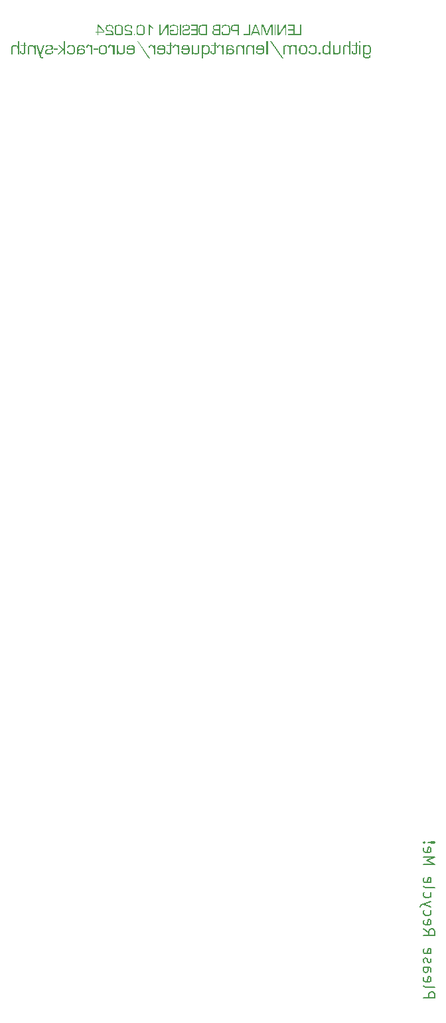
<source format=gbo>
G04 #@! TF.GenerationSoftware,KiCad,Pcbnew,8.0.5*
G04 #@! TF.CreationDate,2024-11-24T11:28:15+01:00*
G04 #@! TF.ProjectId,ricochet_panel,7269636f-6368-4657-945f-70616e656c2e,rev?*
G04 #@! TF.SameCoordinates,Original*
G04 #@! TF.FileFunction,Legend,Bot*
G04 #@! TF.FilePolarity,Positive*
%FSLAX46Y46*%
G04 Gerber Fmt 4.6, Leading zero omitted, Abs format (unit mm)*
G04 Created by KiCad (PCBNEW 8.0.5) date 2024-11-24 11:28:15*
%MOMM*%
%LPD*%
G01*
G04 APERTURE LIST*
%ADD10C,0.150000*%
%ADD11C,6.200000*%
%ADD12C,7.200000*%
%ADD13O,7.000000X3.200000*%
%ADD14C,3.200000*%
G04 APERTURE END LIST*
D10*
G36*
X92440033Y-52948950D02*
G01*
X92440033Y-54130695D01*
X91765044Y-54130695D01*
X91765044Y-54262000D01*
X92588093Y-54262000D01*
X92588093Y-52948950D01*
X92440033Y-52948950D01*
G37*
G36*
X91543809Y-53080255D02*
G01*
X91543809Y-53517938D01*
X90877368Y-53517938D01*
X90877368Y-53649243D01*
X91543809Y-53649243D01*
X91543809Y-54130695D01*
X90848303Y-54130695D01*
X90848303Y-54262000D01*
X91691869Y-54262000D01*
X91691869Y-52948950D01*
X90848303Y-52948950D01*
X90848303Y-53080255D01*
X91543809Y-53080255D01*
G37*
G36*
X89542434Y-52948950D02*
G01*
X89542434Y-54262000D01*
X89785895Y-54262000D01*
X90335735Y-53368852D01*
X90425323Y-53221476D01*
X90469433Y-53148301D01*
X90513886Y-53075126D01*
X90517647Y-53075126D01*
X90516621Y-53124365D01*
X90515595Y-53174288D01*
X90515595Y-53272767D01*
X90515595Y-54262000D01*
X90663655Y-54262000D01*
X90663655Y-52948950D01*
X90421562Y-52948950D01*
X89941478Y-53732334D01*
X89816670Y-53937840D01*
X89754095Y-54039739D01*
X89692546Y-54142662D01*
X89688442Y-54142662D01*
X89689468Y-54093765D01*
X89690494Y-54043842D01*
X89690494Y-53945705D01*
X89690494Y-52948950D01*
X89542434Y-52948950D01*
G37*
G36*
X89151939Y-52948950D02*
G01*
X89151939Y-54262000D01*
X89299999Y-54262000D01*
X89299999Y-52948950D01*
X89151939Y-52948950D01*
G37*
G36*
X87461387Y-52948950D02*
G01*
X87461387Y-54262000D01*
X87609447Y-54262000D01*
X87609447Y-53211902D01*
X87609447Y-53132914D01*
X87608763Y-53093591D01*
X87607738Y-53053926D01*
X87611499Y-53053926D01*
X87623125Y-53084700D01*
X87634409Y-53114791D01*
X87659712Y-53176340D01*
X88106628Y-54262000D01*
X88255030Y-54262000D01*
X88702971Y-53188650D01*
X88728959Y-53128127D01*
X88740585Y-53097352D01*
X88752211Y-53067603D01*
X88755972Y-53067603D01*
X88754946Y-53103165D01*
X88753920Y-53139752D01*
X88753920Y-53211902D01*
X88753920Y-54262000D01*
X88901980Y-54262000D01*
X88901980Y-52948950D01*
X88645183Y-52948950D01*
X88295379Y-53798671D01*
X88239643Y-53936131D01*
X88211604Y-54004177D01*
X88184590Y-54072565D01*
X88180829Y-54072565D01*
X88153816Y-54004177D01*
X88128202Y-53939983D01*
X88126802Y-53936131D01*
X88070382Y-53799697D01*
X87721946Y-52948950D01*
X87461387Y-52948950D01*
G37*
G36*
X87336579Y-54262000D02*
G01*
X87179629Y-54262000D01*
X87078756Y-53977505D01*
X86414367Y-53977505D01*
X86312469Y-54262000D01*
X86157570Y-54262000D01*
X86304673Y-53868085D01*
X86457451Y-53868085D01*
X87036356Y-53868085D01*
X86748784Y-53070339D01*
X86457451Y-53868085D01*
X86304673Y-53868085D01*
X86647912Y-52948950D01*
X86855812Y-52948950D01*
X87336579Y-54262000D01*
G37*
G36*
X85881625Y-52948950D02*
G01*
X85881625Y-54130695D01*
X85206635Y-54130695D01*
X85206635Y-54262000D01*
X86029685Y-54262000D01*
X86029685Y-52948950D01*
X85881625Y-52948950D01*
G37*
G36*
X84590801Y-54262000D02*
G01*
X84442741Y-54262000D01*
X84442741Y-53758664D01*
X84063872Y-53758664D01*
X84006084Y-53757638D01*
X83977681Y-53757313D01*
X83899398Y-53752445D01*
X83821196Y-53739381D01*
X83749132Y-53714713D01*
X83690131Y-53674547D01*
X83665898Y-53644917D01*
X83635669Y-53582716D01*
X83617843Y-53513354D01*
X83608971Y-53442805D01*
X83606440Y-53373639D01*
X83747577Y-53373639D01*
X83747638Y-53383719D01*
X83752500Y-53456082D01*
X83769517Y-53525859D01*
X83809810Y-53582223D01*
X83871068Y-53607920D01*
X83939119Y-53619910D01*
X84014898Y-53625772D01*
X84091911Y-53627359D01*
X84442741Y-53627359D01*
X84442741Y-53080255D01*
X84044723Y-53080255D01*
X83987961Y-53081281D01*
X83924942Y-53083702D01*
X83853990Y-53095563D01*
X83789636Y-53131888D01*
X83775342Y-53155806D01*
X83756818Y-53225321D01*
X83749590Y-53296739D01*
X83747577Y-53373639D01*
X83606440Y-53373639D01*
X83606014Y-53362013D01*
X83606726Y-53318593D01*
X83612424Y-53239742D01*
X83623821Y-53171541D01*
X83647879Y-53097174D01*
X83687054Y-53036145D01*
X83709440Y-53015708D01*
X83775984Y-52979689D01*
X83843224Y-52961212D01*
X83911641Y-52952015D01*
X83990013Y-52948950D01*
X84039936Y-52948950D01*
X84590801Y-52948950D01*
X84590801Y-54262000D01*
G37*
G36*
X82574381Y-53824316D02*
G01*
X82427347Y-53824316D01*
X82427347Y-53874581D01*
X82429576Y-53950631D01*
X82438135Y-54029395D01*
X82456234Y-54104057D01*
X82487618Y-54166664D01*
X82518645Y-54197715D01*
X82581604Y-54225839D01*
X82651545Y-54241659D01*
X82724704Y-54251390D01*
X82792969Y-54256914D01*
X82869890Y-54260430D01*
X82955466Y-54261937D01*
X82978212Y-54262000D01*
X83056949Y-54260199D01*
X83128174Y-54254797D01*
X83206642Y-54242981D01*
X83273372Y-54225539D01*
X83337954Y-54197181D01*
X83391938Y-54153855D01*
X83397772Y-54146766D01*
X83432547Y-54081246D01*
X83455556Y-54001280D01*
X83469936Y-53917856D01*
X83478303Y-53840128D01*
X83483881Y-53752634D01*
X83486234Y-53680605D01*
X83487019Y-53603081D01*
X83486704Y-53523356D01*
X83485758Y-53451388D01*
X83483689Y-53372338D01*
X83479907Y-53293478D01*
X83473701Y-53223536D01*
X83466844Y-53182495D01*
X83438037Y-53115309D01*
X83389407Y-53058801D01*
X83351269Y-53028280D01*
X83290113Y-52997369D01*
X83217977Y-52976917D01*
X83143961Y-52964134D01*
X83075648Y-52956697D01*
X82999245Y-52951739D01*
X82914754Y-52949260D01*
X82869475Y-52948950D01*
X82795050Y-52950787D01*
X82716318Y-52957839D01*
X82639050Y-52972752D01*
X82569978Y-52998611D01*
X82531638Y-53024177D01*
X82485657Y-53084918D01*
X82461133Y-53153274D01*
X82448616Y-53227496D01*
X82444529Y-53301820D01*
X82444444Y-53315168D01*
X82443760Y-53342865D01*
X82590794Y-53342865D01*
X82591820Y-53306277D01*
X82595904Y-53233443D01*
X82611989Y-53166536D01*
X82643453Y-53121288D01*
X82713072Y-53093238D01*
X82783956Y-53083501D01*
X82853225Y-53080415D01*
X82875288Y-53080255D01*
X82950761Y-53081051D01*
X83034252Y-53084285D01*
X83105689Y-53090007D01*
X83175501Y-53100157D01*
X83241581Y-53119263D01*
X83263048Y-53131204D01*
X83302957Y-53187606D01*
X83321577Y-53255475D01*
X83330681Y-53333409D01*
X83333146Y-53413988D01*
X83332731Y-53510065D01*
X83331487Y-53598387D01*
X83329413Y-53678956D01*
X83326510Y-53751772D01*
X83321349Y-53836797D01*
X83314713Y-53908038D01*
X83304345Y-53977705D01*
X83285958Y-54039055D01*
X83234226Y-54087380D01*
X83160816Y-54113154D01*
X83087077Y-54124967D01*
X83013397Y-54129889D01*
X82963851Y-54130695D01*
X82887004Y-54129768D01*
X82807439Y-54126210D01*
X82732055Y-54118685D01*
X82662734Y-54103674D01*
X82637640Y-54092739D01*
X82593228Y-54037537D01*
X82575780Y-53963310D01*
X82572671Y-53901937D01*
X82574381Y-53824316D01*
G37*
G36*
X82265609Y-54262000D02*
G01*
X81622420Y-54262000D01*
X81597421Y-54261667D01*
X81528130Y-54256678D01*
X81458109Y-54243291D01*
X81392349Y-54218014D01*
X81336558Y-54176856D01*
X81326579Y-54165682D01*
X81289641Y-54103297D01*
X81267751Y-54031223D01*
X81257048Y-53955325D01*
X81255014Y-53902963D01*
X81395372Y-53902963D01*
X81397223Y-53952018D01*
X81410234Y-54024343D01*
X81448031Y-54086242D01*
X81462937Y-54096420D01*
X81529583Y-54118812D01*
X81601152Y-54127591D01*
X81669608Y-54129669D01*
X81803306Y-54130695D01*
X82117549Y-54130695D01*
X82117549Y-53649243D01*
X81735944Y-53649243D01*
X81654259Y-53650638D01*
X81585389Y-53654821D01*
X81513496Y-53664737D01*
X81448373Y-53688908D01*
X81438901Y-53697471D01*
X81408622Y-53762083D01*
X81397908Y-53832997D01*
X81395372Y-53902963D01*
X81255014Y-53902963D01*
X81254151Y-53880736D01*
X81255984Y-53833669D01*
X81267187Y-53763451D01*
X81294075Y-53692766D01*
X81335629Y-53636890D01*
X81391848Y-53595826D01*
X81462734Y-53569571D01*
X81462734Y-53566494D01*
X81414268Y-53544758D01*
X81360216Y-53501258D01*
X81322265Y-53442508D01*
X81300414Y-53368508D01*
X81294500Y-53292942D01*
X81294813Y-53284051D01*
X81435721Y-53284051D01*
X81438273Y-53343804D01*
X81450776Y-53411738D01*
X81489063Y-53475196D01*
X81513719Y-53489721D01*
X81583087Y-53508546D01*
X81653180Y-53515893D01*
X81728080Y-53517938D01*
X82117549Y-53517938D01*
X82117549Y-53080255D01*
X81687731Y-53080255D01*
X81623684Y-53082071D01*
X81550808Y-53090967D01*
X81482567Y-53118210D01*
X81459921Y-53146535D01*
X81440296Y-53212758D01*
X81435721Y-53284051D01*
X81294813Y-53284051D01*
X81297120Y-53218469D01*
X81306802Y-53144621D01*
X81326603Y-53077414D01*
X81369043Y-53014944D01*
X81396411Y-52995932D01*
X81466207Y-52969831D01*
X81538744Y-52956748D01*
X81613628Y-52950561D01*
X81684995Y-52948950D01*
X82265609Y-52948950D01*
X82265609Y-54262000D01*
G37*
G36*
X80566851Y-54262000D02*
G01*
X79921611Y-54262000D01*
X79905136Y-54261860D01*
X79827960Y-54256963D01*
X79746788Y-54241852D01*
X79678095Y-54216667D01*
X79613723Y-54174553D01*
X79566335Y-54118727D01*
X79550447Y-54089369D01*
X79523359Y-54015686D01*
X79505560Y-53939040D01*
X79494447Y-53867745D01*
X79486113Y-53787582D01*
X79480556Y-53698549D01*
X79478212Y-53625954D01*
X79478175Y-53622230D01*
X79618652Y-53622230D01*
X79619253Y-53680614D01*
X79621924Y-53752205D01*
X79628269Y-53831641D01*
X79637953Y-53899907D01*
X79653981Y-53967083D01*
X79687040Y-54037687D01*
X79712493Y-54064481D01*
X79778884Y-54101266D01*
X79848810Y-54119704D01*
X79921483Y-54128424D01*
X79991024Y-54130695D01*
X80418791Y-54130695D01*
X80418791Y-53080255D01*
X79960934Y-53080255D01*
X79947096Y-53080347D01*
X79870833Y-53084755D01*
X79796506Y-53098254D01*
X79730875Y-53124700D01*
X79677807Y-53174288D01*
X79651927Y-53237547D01*
X79637369Y-53306309D01*
X79628415Y-53377569D01*
X79622349Y-53461518D01*
X79619576Y-53537813D01*
X79618652Y-53622230D01*
X79478175Y-53622230D01*
X79477431Y-53548371D01*
X79477528Y-53526644D01*
X79479877Y-53444173D01*
X79485356Y-53368796D01*
X79496607Y-53284553D01*
X79512751Y-53211397D01*
X79538581Y-53138243D01*
X79577619Y-53073074D01*
X79597939Y-53050892D01*
X79657788Y-53007618D01*
X79722943Y-52979981D01*
X79800890Y-52961071D01*
X79875616Y-52951980D01*
X79959224Y-52948950D01*
X80566851Y-52948950D01*
X80566851Y-54262000D01*
G37*
G36*
X79191569Y-53080255D02*
G01*
X79191569Y-53517938D01*
X78525128Y-53517938D01*
X78525128Y-53649243D01*
X79191569Y-53649243D01*
X79191569Y-54130695D01*
X78496063Y-54130695D01*
X78496063Y-54262000D01*
X79339629Y-54262000D01*
X79339629Y-52948950D01*
X78496063Y-52948950D01*
X78496063Y-53080255D01*
X79191569Y-53080255D01*
G37*
G36*
X77411429Y-53299096D02*
G01*
X77558463Y-53299096D01*
X77562656Y-53227305D01*
X77581289Y-53157165D01*
X77611464Y-53118552D01*
X77677951Y-53093756D01*
X77751750Y-53083995D01*
X77824857Y-53080592D01*
X77860396Y-53080255D01*
X77929125Y-53081232D01*
X78000932Y-53084982D01*
X78070000Y-53092913D01*
X78141193Y-53110885D01*
X78160620Y-53120262D01*
X78206668Y-53173687D01*
X78224758Y-53241928D01*
X78227982Y-53297387D01*
X78224691Y-53366972D01*
X78209418Y-53438084D01*
X78175323Y-53485454D01*
X78106240Y-53507605D01*
X78027594Y-53519060D01*
X77951499Y-53525912D01*
X77876884Y-53530484D01*
X77860738Y-53531274D01*
X77787552Y-53535302D01*
X77705898Y-53542532D01*
X77635162Y-53552199D01*
X77564693Y-53567017D01*
X77495194Y-53592235D01*
X77470927Y-53607184D01*
X77426929Y-53661454D01*
X77403463Y-53726700D01*
X77391486Y-53799709D01*
X77387575Y-53874113D01*
X77387493Y-53887575D01*
X77389831Y-53957240D01*
X77398807Y-54030106D01*
X77417787Y-54100317D01*
X77450699Y-54161043D01*
X77483237Y-54192928D01*
X77545555Y-54223147D01*
X77623786Y-54242506D01*
X77693209Y-54252286D01*
X77773919Y-54258694D01*
X77846613Y-54261392D01*
X77905874Y-54262000D01*
X77989923Y-54260280D01*
X78064689Y-54255121D01*
X78142155Y-54244390D01*
X78215636Y-54225610D01*
X78277335Y-54195894D01*
X78283376Y-54191560D01*
X78332784Y-54133296D01*
X78359134Y-54066490D01*
X78372584Y-53993308D01*
X78376976Y-53919641D01*
X78377068Y-53906382D01*
X78377752Y-53846200D01*
X78230717Y-53846200D01*
X78230717Y-53877659D01*
X78227362Y-53954745D01*
X78215566Y-54022206D01*
X78183534Y-54083644D01*
X78177033Y-54089320D01*
X78112855Y-54114533D01*
X78043783Y-54124876D01*
X77966095Y-54129684D01*
X77900745Y-54130695D01*
X77825929Y-54129684D01*
X77748800Y-54125806D01*
X77676259Y-54117603D01*
X77605213Y-54099017D01*
X77587528Y-54089320D01*
X77549449Y-54032513D01*
X77533367Y-53957634D01*
X77528944Y-53889085D01*
X77528715Y-53867059D01*
X77533442Y-53795913D01*
X77555125Y-53728719D01*
X77568722Y-53711476D01*
X77630271Y-53680616D01*
X77697975Y-53668425D01*
X77735588Y-53665314D01*
X77889461Y-53657792D01*
X78035470Y-53650269D01*
X78113688Y-53640064D01*
X78181478Y-53620734D01*
X78251549Y-53583738D01*
X78305324Y-53532484D01*
X78342804Y-53466971D01*
X78363988Y-53387199D01*
X78369203Y-53313116D01*
X78365789Y-53236416D01*
X78353176Y-53159847D01*
X78327381Y-53089370D01*
X78283852Y-53031797D01*
X78272092Y-53022125D01*
X78211462Y-52990111D01*
X78138600Y-52969602D01*
X78061431Y-52957597D01*
X77986747Y-52951523D01*
X77902630Y-52949021D01*
X77884674Y-52948950D01*
X77814277Y-52949986D01*
X77735297Y-52954197D01*
X77666335Y-52961647D01*
X77596803Y-52974863D01*
X77526535Y-52999739D01*
X77501017Y-53015286D01*
X77453774Y-53071359D01*
X77428577Y-53137567D01*
X77415716Y-53211067D01*
X77411517Y-53285631D01*
X77411429Y-53299096D01*
G37*
G36*
X77067779Y-52948950D02*
G01*
X77067779Y-54262000D01*
X77215839Y-54262000D01*
X77215839Y-52948950D01*
X77067779Y-52948950D01*
G37*
G36*
X76349705Y-53605475D02*
G01*
X75786872Y-53605475D01*
X75783831Y-53674898D01*
X75783111Y-53746696D01*
X75784473Y-53829900D01*
X75788561Y-53904779D01*
X75797501Y-53986673D01*
X75810700Y-54055560D01*
X75832158Y-54121056D01*
X75870306Y-54179250D01*
X75931256Y-54215453D01*
X75999970Y-54235817D01*
X76072292Y-54248343D01*
X76158305Y-54256828D01*
X76236972Y-54260707D01*
X76324402Y-54262000D01*
X76407376Y-54260477D01*
X76482592Y-54255909D01*
X76565703Y-54245916D01*
X76636692Y-54231165D01*
X76705879Y-54207182D01*
X76764535Y-54170542D01*
X76770976Y-54164547D01*
X76814210Y-54100497D01*
X76838529Y-54032572D01*
X76853487Y-53962947D01*
X76863620Y-53881484D01*
X76868252Y-53807791D01*
X76869796Y-53726521D01*
X76870822Y-53537087D01*
X76869796Y-53423221D01*
X76868076Y-53354753D01*
X76861087Y-53277597D01*
X76848721Y-53209809D01*
X76826787Y-53140826D01*
X76791411Y-53077394D01*
X76759692Y-53043325D01*
X76700820Y-53006552D01*
X76633324Y-52982221D01*
X76565066Y-52967014D01*
X76485889Y-52956415D01*
X76414685Y-52951254D01*
X76336493Y-52949042D01*
X76315853Y-52948950D01*
X76235877Y-52949874D01*
X76163327Y-52952647D01*
X76083083Y-52958713D01*
X76014443Y-52967667D01*
X75947392Y-52982225D01*
X75883983Y-53008106D01*
X75832772Y-53059123D01*
X75802899Y-53129420D01*
X75790286Y-53200066D01*
X75786872Y-53271741D01*
X75786872Y-53320981D01*
X75932197Y-53320981D01*
X75932197Y-53291916D01*
X75937417Y-53219815D01*
X75960618Y-53150692D01*
X75998191Y-53114449D01*
X76068419Y-53094981D01*
X76139237Y-53086800D01*
X76216114Y-53082392D01*
X76291583Y-53080555D01*
X76341841Y-53080255D01*
X76417398Y-53081666D01*
X76495681Y-53087083D01*
X76569934Y-53098539D01*
X76638377Y-53121395D01*
X76663264Y-53138043D01*
X76699864Y-53198022D01*
X76716940Y-53267377D01*
X76725289Y-53345839D01*
X76727549Y-53426298D01*
X76729601Y-53595900D01*
X76728575Y-53778496D01*
X76726830Y-53849494D01*
X76720130Y-53922680D01*
X76705963Y-53991502D01*
X76677698Y-54053782D01*
X76657110Y-54075642D01*
X76588922Y-54104674D01*
X76513454Y-54118598D01*
X76430587Y-54126340D01*
X76348712Y-54129834D01*
X76274821Y-54130695D01*
X76204988Y-54129451D01*
X76132892Y-54124674D01*
X76064916Y-54114574D01*
X75997951Y-54091687D01*
X75981094Y-54079745D01*
X75946713Y-54018357D01*
X75931341Y-53941895D01*
X75925556Y-53864398D01*
X75924674Y-53813032D01*
X75931286Y-53744010D01*
X75932197Y-53736780D01*
X76349705Y-53736780D01*
X76349705Y-53605475D01*
G37*
G36*
X74483397Y-52948950D02*
G01*
X74483397Y-54262000D01*
X74726858Y-54262000D01*
X75276698Y-53368852D01*
X75366286Y-53221476D01*
X75410396Y-53148301D01*
X75454849Y-53075126D01*
X75458610Y-53075126D01*
X75457584Y-53124365D01*
X75456558Y-53174288D01*
X75456558Y-53272767D01*
X75456558Y-54262000D01*
X75604618Y-54262000D01*
X75604618Y-52948950D01*
X75362525Y-52948950D01*
X74882441Y-53732334D01*
X74757633Y-53937840D01*
X74695058Y-54039739D01*
X74633509Y-54142662D01*
X74629405Y-54142662D01*
X74630431Y-54093765D01*
X74631457Y-54043842D01*
X74631457Y-53945705D01*
X74631457Y-52948950D01*
X74483397Y-52948950D01*
G37*
G36*
X73097514Y-52948950D02*
G01*
X73097514Y-54262000D01*
X73245574Y-54262000D01*
X73245574Y-53059739D01*
X73581359Y-53432453D01*
X73674367Y-53343891D01*
X73310885Y-52948950D01*
X73097514Y-52948950D01*
G37*
G36*
X72155149Y-52950409D02*
G01*
X72231295Y-52954784D01*
X72314275Y-52964356D01*
X72383699Y-52978486D01*
X72449111Y-53001459D01*
X72505958Y-53042300D01*
X72536602Y-53098930D01*
X72556878Y-53172604D01*
X72569551Y-53251723D01*
X72576924Y-53326619D01*
X72581839Y-53411826D01*
X72583913Y-53482498D01*
X72584604Y-53558971D01*
X72584326Y-53618551D01*
X72582868Y-53702142D01*
X72580159Y-53778796D01*
X72576200Y-53848513D01*
X72568977Y-53930680D01*
X72559530Y-54000516D01*
X72544597Y-54070470D01*
X72513481Y-54142321D01*
X72507520Y-54149684D01*
X72451547Y-54194680D01*
X72383723Y-54224132D01*
X72313207Y-54242248D01*
X72229970Y-54254520D01*
X72154219Y-54260130D01*
X72070327Y-54262000D01*
X72048569Y-54261883D01*
X71966634Y-54259078D01*
X71892853Y-54252533D01*
X71812091Y-54239092D01*
X71744069Y-54219808D01*
X71679258Y-54188953D01*
X71626830Y-54142321D01*
X71599117Y-54084358D01*
X71580781Y-54008135D01*
X71569320Y-53925901D01*
X71562653Y-53847863D01*
X71558207Y-53758938D01*
X71556332Y-53685098D01*
X71555707Y-53605133D01*
X71696928Y-53605133D01*
X71697355Y-53675156D01*
X71699252Y-53759778D01*
X71702666Y-53834409D01*
X71709067Y-53913648D01*
X71719878Y-53988128D01*
X71745484Y-54062307D01*
X71783995Y-54092226D01*
X71850972Y-54113598D01*
X71919886Y-54124016D01*
X71989547Y-54129025D01*
X72070327Y-54130695D01*
X72103931Y-54130427D01*
X72180172Y-54127422D01*
X72257004Y-54119408D01*
X72334576Y-54101242D01*
X72394828Y-54062307D01*
X72397815Y-54057699D01*
X72420433Y-53988128D01*
X72431244Y-53913648D01*
X72437646Y-53834409D01*
X72441060Y-53759778D01*
X72442956Y-53675156D01*
X72443383Y-53605133D01*
X72442956Y-53535235D01*
X72441060Y-53450770D01*
X72437646Y-53376286D01*
X72431244Y-53297216D01*
X72420433Y-53222916D01*
X72394828Y-53148985D01*
X72356338Y-53118915D01*
X72289425Y-53097437D01*
X72220586Y-53086967D01*
X72151008Y-53081933D01*
X72070327Y-53080255D01*
X72020524Y-53080859D01*
X71946416Y-53084551D01*
X71872164Y-53093410D01*
X71805775Y-53109854D01*
X71745484Y-53148985D01*
X71742496Y-53153571D01*
X71719878Y-53222916D01*
X71709067Y-53297216D01*
X71702666Y-53376286D01*
X71699252Y-53450770D01*
X71697355Y-53535235D01*
X71696928Y-53605133D01*
X71555707Y-53605133D01*
X71555780Y-53576450D01*
X71556882Y-53494724D01*
X71559307Y-53419483D01*
X71563053Y-53350728D01*
X71570106Y-53269143D01*
X71582227Y-53183376D01*
X71598022Y-53115624D01*
X71630934Y-53044693D01*
X71635897Y-53038803D01*
X71695966Y-52998411D01*
X71764776Y-52975971D01*
X71837674Y-52962414D01*
X71906174Y-52954934D01*
X71983725Y-52950446D01*
X72070327Y-52948950D01*
X72155149Y-52950409D01*
G37*
G36*
X71206928Y-54086926D02*
G01*
X71206928Y-54262000D01*
X71354988Y-54262000D01*
X71354988Y-54086926D01*
X71206928Y-54086926D01*
G37*
G36*
X70038177Y-54130695D02*
G01*
X70038177Y-54262000D01*
X70983641Y-54262000D01*
X70983641Y-54007938D01*
X70980804Y-53937060D01*
X70970323Y-53866768D01*
X70945499Y-53796010D01*
X70902943Y-53743277D01*
X70839804Y-53710350D01*
X70766424Y-53687882D01*
X70686622Y-53670812D01*
X70608202Y-53658129D01*
X70537663Y-53648993D01*
X70518945Y-53646849D01*
X70447875Y-53638269D01*
X70374978Y-53626761D01*
X70307009Y-53611663D01*
X70241813Y-53586973D01*
X70226244Y-53576068D01*
X70193478Y-53515862D01*
X70180579Y-53446610D01*
X70176082Y-53377152D01*
X70175637Y-53343207D01*
X70179163Y-53268044D01*
X70193489Y-53194467D01*
X70228586Y-53132664D01*
X70232057Y-53129494D01*
X70299630Y-53097614D01*
X70372196Y-53085063D01*
X70443223Y-53080688D01*
X70477570Y-53080255D01*
X70547257Y-53081165D01*
X70619641Y-53084659D01*
X70688592Y-53092048D01*
X70758143Y-53108791D01*
X70776426Y-53117526D01*
X70820849Y-53175534D01*
X70836141Y-53247393D01*
X70838317Y-53297045D01*
X70836265Y-53386633D01*
X70981590Y-53386633D01*
X70980564Y-53321665D01*
X70977066Y-53243045D01*
X70966571Y-53174908D01*
X70945485Y-53108664D01*
X70904381Y-53044458D01*
X70881059Y-53023493D01*
X70818826Y-52990880D01*
X70743896Y-52969988D01*
X70664459Y-52957758D01*
X70587536Y-52951571D01*
X70518977Y-52949241D01*
X70482357Y-52948950D01*
X70403686Y-52950987D01*
X70333513Y-52957098D01*
X70260524Y-52969808D01*
X70190836Y-52992052D01*
X70131590Y-53027250D01*
X70125714Y-53032383D01*
X70081581Y-53091618D01*
X70054476Y-53165253D01*
X70041638Y-53233438D01*
X70035218Y-53312731D01*
X70034416Y-53356542D01*
X70036495Y-53425136D01*
X70044477Y-53497552D01*
X70061356Y-53568394D01*
X70090624Y-53631365D01*
X70119559Y-53665998D01*
X70183221Y-53705849D01*
X70254540Y-53731309D01*
X70330855Y-53749277D01*
X70405159Y-53761532D01*
X70489196Y-53771316D01*
X70562481Y-53779477D01*
X70637398Y-53790504D01*
X70706842Y-53805072D01*
X70772499Y-53829061D01*
X70787710Y-53839704D01*
X70818705Y-53901342D01*
X70830906Y-53974891D01*
X70835161Y-54049562D01*
X70835581Y-54086242D01*
X70835581Y-54130695D01*
X70038177Y-54130695D01*
G37*
G36*
X69370390Y-52950409D02*
G01*
X69446536Y-52954784D01*
X69529516Y-52964356D01*
X69598939Y-52978486D01*
X69664351Y-53001459D01*
X69721199Y-53042300D01*
X69751843Y-53098930D01*
X69772119Y-53172604D01*
X69784792Y-53251723D01*
X69792165Y-53326619D01*
X69797080Y-53411826D01*
X69799154Y-53482498D01*
X69799845Y-53558971D01*
X69799567Y-53618551D01*
X69798109Y-53702142D01*
X69795400Y-53778796D01*
X69791441Y-53848513D01*
X69784217Y-53930680D01*
X69774771Y-54000516D01*
X69759838Y-54070470D01*
X69728722Y-54142321D01*
X69722761Y-54149684D01*
X69666788Y-54194680D01*
X69598963Y-54224132D01*
X69528448Y-54242248D01*
X69445211Y-54254520D01*
X69369460Y-54260130D01*
X69285567Y-54262000D01*
X69263810Y-54261883D01*
X69181875Y-54259078D01*
X69108093Y-54252533D01*
X69027332Y-54239092D01*
X68959309Y-54219808D01*
X68894498Y-54188953D01*
X68842071Y-54142321D01*
X68814358Y-54084358D01*
X68796021Y-54008135D01*
X68784561Y-53925901D01*
X68777893Y-53847863D01*
X68773448Y-53758938D01*
X68771573Y-53685098D01*
X68770948Y-53605133D01*
X68912169Y-53605133D01*
X68912596Y-53675156D01*
X68914492Y-53759778D01*
X68917906Y-53834409D01*
X68924308Y-53913648D01*
X68935119Y-53988128D01*
X68960724Y-54062307D01*
X68999235Y-54092226D01*
X69066213Y-54113598D01*
X69135127Y-54124016D01*
X69204787Y-54129025D01*
X69285567Y-54130695D01*
X69319172Y-54130427D01*
X69395413Y-54127422D01*
X69472245Y-54119408D01*
X69549817Y-54101242D01*
X69610068Y-54062307D01*
X69613056Y-54057699D01*
X69635674Y-53988128D01*
X69646485Y-53913648D01*
X69652886Y-53834409D01*
X69656300Y-53759778D01*
X69658197Y-53675156D01*
X69658624Y-53605133D01*
X69658197Y-53535235D01*
X69656300Y-53450770D01*
X69652886Y-53376286D01*
X69646485Y-53297216D01*
X69635674Y-53222916D01*
X69610068Y-53148985D01*
X69571579Y-53118915D01*
X69504665Y-53097437D01*
X69435827Y-53086967D01*
X69366249Y-53081933D01*
X69285567Y-53080255D01*
X69235765Y-53080859D01*
X69161657Y-53084551D01*
X69087405Y-53093410D01*
X69021016Y-53109854D01*
X68960724Y-53148985D01*
X68957737Y-53153571D01*
X68935119Y-53222916D01*
X68924308Y-53297216D01*
X68917906Y-53376286D01*
X68914492Y-53450770D01*
X68912596Y-53535235D01*
X68912169Y-53605133D01*
X68770948Y-53605133D01*
X68771021Y-53576450D01*
X68772123Y-53494724D01*
X68774547Y-53419483D01*
X68778294Y-53350728D01*
X68785346Y-53269143D01*
X68797468Y-53183376D01*
X68813263Y-53115624D01*
X68846174Y-53044693D01*
X68851138Y-53038803D01*
X68911207Y-52998411D01*
X68980017Y-52975971D01*
X69052915Y-52962414D01*
X69121415Y-52954934D01*
X69198966Y-52950446D01*
X69285567Y-52948950D01*
X69370390Y-52950409D01*
G37*
G36*
X67636391Y-54130695D02*
G01*
X67636391Y-54262000D01*
X68581855Y-54262000D01*
X68581855Y-54007938D01*
X68579018Y-53937060D01*
X68568537Y-53866768D01*
X68543712Y-53796010D01*
X68501157Y-53743277D01*
X68438018Y-53710350D01*
X68364637Y-53687882D01*
X68284836Y-53670812D01*
X68206415Y-53658129D01*
X68135877Y-53648993D01*
X68117158Y-53646849D01*
X68046089Y-53638269D01*
X67973192Y-53626761D01*
X67905222Y-53611663D01*
X67840027Y-53586973D01*
X67824458Y-53576068D01*
X67791692Y-53515862D01*
X67778793Y-53446610D01*
X67774295Y-53377152D01*
X67773851Y-53343207D01*
X67777377Y-53268044D01*
X67791702Y-53194467D01*
X67826800Y-53132664D01*
X67830271Y-53129494D01*
X67897843Y-53097614D01*
X67970410Y-53085063D01*
X68041437Y-53080688D01*
X68075784Y-53080255D01*
X68145471Y-53081165D01*
X68217855Y-53084659D01*
X68286806Y-53092048D01*
X68356356Y-53108791D01*
X68374639Y-53117526D01*
X68419063Y-53175534D01*
X68434354Y-53247393D01*
X68436530Y-53297045D01*
X68434479Y-53386633D01*
X68579803Y-53386633D01*
X68578777Y-53321665D01*
X68575279Y-53243045D01*
X68564785Y-53174908D01*
X68543698Y-53108664D01*
X68502594Y-53044458D01*
X68479273Y-53023493D01*
X68417040Y-52990880D01*
X68342109Y-52969988D01*
X68262673Y-52957758D01*
X68185749Y-52951571D01*
X68117190Y-52949241D01*
X68080571Y-52948950D01*
X68001900Y-52950987D01*
X67931727Y-52957098D01*
X67858737Y-52969808D01*
X67789050Y-52992052D01*
X67729803Y-53027250D01*
X67723927Y-53032383D01*
X67679794Y-53091618D01*
X67652690Y-53165253D01*
X67639851Y-53233438D01*
X67633432Y-53312731D01*
X67632629Y-53356542D01*
X67634708Y-53425136D01*
X67642690Y-53497552D01*
X67659569Y-53568394D01*
X67688837Y-53631365D01*
X67717772Y-53665998D01*
X67781434Y-53705849D01*
X67852753Y-53731309D01*
X67929069Y-53749277D01*
X68003372Y-53761532D01*
X68087410Y-53771316D01*
X68160695Y-53779477D01*
X68235612Y-53790504D01*
X68305056Y-53805072D01*
X68370712Y-53829061D01*
X68385923Y-53839704D01*
X68416918Y-53901342D01*
X68429120Y-53974891D01*
X68433374Y-54049562D01*
X68433795Y-54086242D01*
X68433795Y-54130695D01*
X67636391Y-54130695D01*
G37*
G36*
X67435672Y-53776445D02*
G01*
X67435672Y-53955621D01*
X66700843Y-53955621D01*
X66700843Y-54262000D01*
X66552783Y-54262000D01*
X66552783Y-53955621D01*
X66356509Y-53955621D01*
X66356509Y-53824316D01*
X66552783Y-53824316D01*
X66700843Y-53824316D01*
X67313599Y-53824316D01*
X66703920Y-53044009D01*
X66700843Y-53044009D01*
X66700843Y-53824316D01*
X66552783Y-53824316D01*
X66552783Y-52948950D01*
X66781883Y-52948950D01*
X67435672Y-53776445D01*
G37*
X108179133Y-177067982D02*
X109579133Y-177067982D01*
X109579133Y-177067982D02*
X109579133Y-176534649D01*
X109579133Y-176534649D02*
X109512466Y-176401316D01*
X109512466Y-176401316D02*
X109445800Y-176334649D01*
X109445800Y-176334649D02*
X109312466Y-176267982D01*
X109312466Y-176267982D02*
X109112466Y-176267982D01*
X109112466Y-176267982D02*
X108979133Y-176334649D01*
X108979133Y-176334649D02*
X108912466Y-176401316D01*
X108912466Y-176401316D02*
X108845800Y-176534649D01*
X108845800Y-176534649D02*
X108845800Y-177067982D01*
X108179133Y-175467982D02*
X108245800Y-175601316D01*
X108245800Y-175601316D02*
X108379133Y-175667982D01*
X108379133Y-175667982D02*
X109579133Y-175667982D01*
X108245800Y-174401316D02*
X108179133Y-174534649D01*
X108179133Y-174534649D02*
X108179133Y-174801316D01*
X108179133Y-174801316D02*
X108245800Y-174934649D01*
X108245800Y-174934649D02*
X108379133Y-175001316D01*
X108379133Y-175001316D02*
X108912466Y-175001316D01*
X108912466Y-175001316D02*
X109045800Y-174934649D01*
X109045800Y-174934649D02*
X109112466Y-174801316D01*
X109112466Y-174801316D02*
X109112466Y-174534649D01*
X109112466Y-174534649D02*
X109045800Y-174401316D01*
X109045800Y-174401316D02*
X108912466Y-174334649D01*
X108912466Y-174334649D02*
X108779133Y-174334649D01*
X108779133Y-174334649D02*
X108645800Y-175001316D01*
X108179133Y-173134649D02*
X108912466Y-173134649D01*
X108912466Y-173134649D02*
X109045800Y-173201316D01*
X109045800Y-173201316D02*
X109112466Y-173334649D01*
X109112466Y-173334649D02*
X109112466Y-173601316D01*
X109112466Y-173601316D02*
X109045800Y-173734649D01*
X108245800Y-173134649D02*
X108179133Y-173267983D01*
X108179133Y-173267983D02*
X108179133Y-173601316D01*
X108179133Y-173601316D02*
X108245800Y-173734649D01*
X108245800Y-173734649D02*
X108379133Y-173801316D01*
X108379133Y-173801316D02*
X108512466Y-173801316D01*
X108512466Y-173801316D02*
X108645800Y-173734649D01*
X108645800Y-173734649D02*
X108712466Y-173601316D01*
X108712466Y-173601316D02*
X108712466Y-173267983D01*
X108712466Y-173267983D02*
X108779133Y-173134649D01*
X108245800Y-172534649D02*
X108179133Y-172401316D01*
X108179133Y-172401316D02*
X108179133Y-172134649D01*
X108179133Y-172134649D02*
X108245800Y-172001316D01*
X108245800Y-172001316D02*
X108379133Y-171934649D01*
X108379133Y-171934649D02*
X108445800Y-171934649D01*
X108445800Y-171934649D02*
X108579133Y-172001316D01*
X108579133Y-172001316D02*
X108645800Y-172134649D01*
X108645800Y-172134649D02*
X108645800Y-172334649D01*
X108645800Y-172334649D02*
X108712466Y-172467982D01*
X108712466Y-172467982D02*
X108845800Y-172534649D01*
X108845800Y-172534649D02*
X108912466Y-172534649D01*
X108912466Y-172534649D02*
X109045800Y-172467982D01*
X109045800Y-172467982D02*
X109112466Y-172334649D01*
X109112466Y-172334649D02*
X109112466Y-172134649D01*
X109112466Y-172134649D02*
X109045800Y-172001316D01*
X108245800Y-170801316D02*
X108179133Y-170934649D01*
X108179133Y-170934649D02*
X108179133Y-171201316D01*
X108179133Y-171201316D02*
X108245800Y-171334649D01*
X108245800Y-171334649D02*
X108379133Y-171401316D01*
X108379133Y-171401316D02*
X108912466Y-171401316D01*
X108912466Y-171401316D02*
X109045800Y-171334649D01*
X109045800Y-171334649D02*
X109112466Y-171201316D01*
X109112466Y-171201316D02*
X109112466Y-170934649D01*
X109112466Y-170934649D02*
X109045800Y-170801316D01*
X109045800Y-170801316D02*
X108912466Y-170734649D01*
X108912466Y-170734649D02*
X108779133Y-170734649D01*
X108779133Y-170734649D02*
X108645800Y-171401316D01*
X108179133Y-168267982D02*
X108845800Y-168734649D01*
X108179133Y-169067982D02*
X109579133Y-169067982D01*
X109579133Y-169067982D02*
X109579133Y-168534649D01*
X109579133Y-168534649D02*
X109512466Y-168401316D01*
X109512466Y-168401316D02*
X109445800Y-168334649D01*
X109445800Y-168334649D02*
X109312466Y-168267982D01*
X109312466Y-168267982D02*
X109112466Y-168267982D01*
X109112466Y-168267982D02*
X108979133Y-168334649D01*
X108979133Y-168334649D02*
X108912466Y-168401316D01*
X108912466Y-168401316D02*
X108845800Y-168534649D01*
X108845800Y-168534649D02*
X108845800Y-169067982D01*
X108245800Y-167134649D02*
X108179133Y-167267982D01*
X108179133Y-167267982D02*
X108179133Y-167534649D01*
X108179133Y-167534649D02*
X108245800Y-167667982D01*
X108245800Y-167667982D02*
X108379133Y-167734649D01*
X108379133Y-167734649D02*
X108912466Y-167734649D01*
X108912466Y-167734649D02*
X109045800Y-167667982D01*
X109045800Y-167667982D02*
X109112466Y-167534649D01*
X109112466Y-167534649D02*
X109112466Y-167267982D01*
X109112466Y-167267982D02*
X109045800Y-167134649D01*
X109045800Y-167134649D02*
X108912466Y-167067982D01*
X108912466Y-167067982D02*
X108779133Y-167067982D01*
X108779133Y-167067982D02*
X108645800Y-167734649D01*
X108245800Y-165867982D02*
X108179133Y-166001316D01*
X108179133Y-166001316D02*
X108179133Y-166267982D01*
X108179133Y-166267982D02*
X108245800Y-166401316D01*
X108245800Y-166401316D02*
X108312466Y-166467982D01*
X108312466Y-166467982D02*
X108445800Y-166534649D01*
X108445800Y-166534649D02*
X108845800Y-166534649D01*
X108845800Y-166534649D02*
X108979133Y-166467982D01*
X108979133Y-166467982D02*
X109045800Y-166401316D01*
X109045800Y-166401316D02*
X109112466Y-166267982D01*
X109112466Y-166267982D02*
X109112466Y-166001316D01*
X109112466Y-166001316D02*
X109045800Y-165867982D01*
X109112466Y-165401316D02*
X108179133Y-165067982D01*
X109112466Y-164734649D02*
X108179133Y-165067982D01*
X108179133Y-165067982D02*
X107845800Y-165201316D01*
X107845800Y-165201316D02*
X107779133Y-165267982D01*
X107779133Y-165267982D02*
X107712466Y-165401316D01*
X108245800Y-163601315D02*
X108179133Y-163734649D01*
X108179133Y-163734649D02*
X108179133Y-164001315D01*
X108179133Y-164001315D02*
X108245800Y-164134649D01*
X108245800Y-164134649D02*
X108312466Y-164201315D01*
X108312466Y-164201315D02*
X108445800Y-164267982D01*
X108445800Y-164267982D02*
X108845800Y-164267982D01*
X108845800Y-164267982D02*
X108979133Y-164201315D01*
X108979133Y-164201315D02*
X109045800Y-164134649D01*
X109045800Y-164134649D02*
X109112466Y-164001315D01*
X109112466Y-164001315D02*
X109112466Y-163734649D01*
X109112466Y-163734649D02*
X109045800Y-163601315D01*
X108179133Y-162801315D02*
X108245800Y-162934649D01*
X108245800Y-162934649D02*
X108379133Y-163001315D01*
X108379133Y-163001315D02*
X109579133Y-163001315D01*
X108245800Y-161734649D02*
X108179133Y-161867982D01*
X108179133Y-161867982D02*
X108179133Y-162134649D01*
X108179133Y-162134649D02*
X108245800Y-162267982D01*
X108245800Y-162267982D02*
X108379133Y-162334649D01*
X108379133Y-162334649D02*
X108912466Y-162334649D01*
X108912466Y-162334649D02*
X109045800Y-162267982D01*
X109045800Y-162267982D02*
X109112466Y-162134649D01*
X109112466Y-162134649D02*
X109112466Y-161867982D01*
X109112466Y-161867982D02*
X109045800Y-161734649D01*
X109045800Y-161734649D02*
X108912466Y-161667982D01*
X108912466Y-161667982D02*
X108779133Y-161667982D01*
X108779133Y-161667982D02*
X108645800Y-162334649D01*
X108179133Y-160001315D02*
X109579133Y-160001315D01*
X109579133Y-160001315D02*
X108579133Y-159534649D01*
X108579133Y-159534649D02*
X109579133Y-159067982D01*
X109579133Y-159067982D02*
X108179133Y-159067982D01*
X108245800Y-157867982D02*
X108179133Y-158001315D01*
X108179133Y-158001315D02*
X108179133Y-158267982D01*
X108179133Y-158267982D02*
X108245800Y-158401315D01*
X108245800Y-158401315D02*
X108379133Y-158467982D01*
X108379133Y-158467982D02*
X108912466Y-158467982D01*
X108912466Y-158467982D02*
X109045800Y-158401315D01*
X109045800Y-158401315D02*
X109112466Y-158267982D01*
X109112466Y-158267982D02*
X109112466Y-158001315D01*
X109112466Y-158001315D02*
X109045800Y-157867982D01*
X109045800Y-157867982D02*
X108912466Y-157801315D01*
X108912466Y-157801315D02*
X108779133Y-157801315D01*
X108779133Y-157801315D02*
X108645800Y-158467982D01*
X108312466Y-157201315D02*
X108245800Y-157134649D01*
X108245800Y-157134649D02*
X108179133Y-157201315D01*
X108179133Y-157201315D02*
X108245800Y-157267982D01*
X108245800Y-157267982D02*
X108312466Y-157201315D01*
X108312466Y-157201315D02*
X108179133Y-157201315D01*
X108712466Y-157201315D02*
X109512466Y-157267982D01*
X109512466Y-157267982D02*
X109579133Y-157201315D01*
X109579133Y-157201315D02*
X109512466Y-157134649D01*
X109512466Y-157134649D02*
X108712466Y-157201315D01*
X108712466Y-157201315D02*
X109579133Y-157201315D01*
G36*
X100610229Y-55671843D02*
G01*
X100614186Y-55673162D01*
X100646864Y-55626807D01*
X100719645Y-55568981D01*
X100804019Y-55534882D01*
X100891712Y-55517912D01*
X100993592Y-55512255D01*
X101027099Y-55512750D01*
X101119521Y-55520168D01*
X101211992Y-55540076D01*
X101297426Y-55577665D01*
X101367724Y-55638870D01*
X101373918Y-55646997D01*
X101416391Y-55727341D01*
X101443231Y-55820001D01*
X101458569Y-55916034D01*
X101465943Y-56007774D01*
X101468400Y-56110161D01*
X101465985Y-56209108D01*
X101458740Y-56297943D01*
X101443671Y-56391199D01*
X101417299Y-56481597D01*
X101369482Y-56568703D01*
X101356480Y-56583876D01*
X101282203Y-56640039D01*
X101194516Y-56673321D01*
X101101065Y-56689595D01*
X101008540Y-56694000D01*
X100969629Y-56693424D01*
X100864724Y-56684795D01*
X100764760Y-56661639D01*
X100680089Y-56617915D01*
X100622539Y-56546721D01*
X100619022Y-56548040D01*
X100619022Y-56785884D01*
X100620685Y-56834098D01*
X100638254Y-56928441D01*
X100687165Y-57003944D01*
X100771315Y-57042111D01*
X100861921Y-57056288D01*
X100952706Y-57059778D01*
X101019378Y-57058294D01*
X101109547Y-57049226D01*
X101199343Y-57017572D01*
X101209399Y-57008793D01*
X101247703Y-56926348D01*
X101255616Y-56834683D01*
X101422678Y-56834683D01*
X101421832Y-56873151D01*
X101411301Y-56964169D01*
X101381214Y-57054295D01*
X101326398Y-57123085D01*
X101320189Y-57127846D01*
X101240058Y-57167138D01*
X101152337Y-57187691D01*
X101058360Y-57197741D01*
X100965016Y-57200461D01*
X100928646Y-57200101D01*
X100828234Y-57194691D01*
X100727573Y-57180175D01*
X100634274Y-57152767D01*
X100557033Y-57108138D01*
X100508370Y-57052606D01*
X100470244Y-56967208D01*
X100451127Y-56870920D01*
X100445805Y-56770936D01*
X100445805Y-56074551D01*
X100623858Y-56074551D01*
X100626161Y-56177467D01*
X100634669Y-56279721D01*
X100652069Y-56373088D01*
X100689363Y-56460552D01*
X100698103Y-56471785D01*
X100773693Y-56523965D01*
X100867004Y-56547518D01*
X100961499Y-56553316D01*
X100974108Y-56553233D01*
X101064907Y-56546639D01*
X101153212Y-56523558D01*
X101226160Y-56468905D01*
X101260702Y-56387340D01*
X101276817Y-56298458D01*
X101284697Y-56200265D01*
X101286830Y-56100929D01*
X101285349Y-56017842D01*
X101278299Y-55917786D01*
X101263131Y-55826671D01*
X101226160Y-55736470D01*
X101222229Y-55731331D01*
X101145642Y-55679369D01*
X101054537Y-55658159D01*
X100961499Y-55652939D01*
X100948722Y-55653018D01*
X100856433Y-55659372D01*
X100765878Y-55681612D01*
X100689363Y-55734272D01*
X100654819Y-55802450D01*
X100634669Y-55893470D01*
X100626161Y-55983690D01*
X100623858Y-56074551D01*
X100445805Y-56074551D01*
X100445805Y-55512255D01*
X100619022Y-55512255D01*
X100610229Y-55671843D01*
G37*
G36*
X99976272Y-55005793D02*
G01*
X99976272Y-55202750D01*
X100149489Y-55202750D01*
X100149489Y-55005793D01*
X99976272Y-55005793D01*
G37*
G36*
X99976272Y-55512255D02*
G01*
X99976272Y-56694000D01*
X100149489Y-56694000D01*
X100149489Y-55512255D01*
X99976272Y-55512255D01*
G37*
G36*
X99049517Y-55512255D02*
G01*
X99049517Y-55652939D01*
X99504541Y-55652939D01*
X99504541Y-56376581D01*
X99488141Y-56469781D01*
X99425163Y-56536056D01*
X99336600Y-56553316D01*
X99248501Y-56537988D01*
X99182753Y-56472235D01*
X99169538Y-56396365D01*
X99168219Y-56337893D01*
X99165581Y-56271948D01*
X99005114Y-56271948D01*
X99003795Y-56356798D01*
X99011888Y-56453941D01*
X99042965Y-56548779D01*
X99097349Y-56619907D01*
X99175041Y-56667326D01*
X99276041Y-56691036D01*
X99335281Y-56694000D01*
X99433944Y-56687270D01*
X99530266Y-56661427D01*
X99612206Y-56606781D01*
X99661370Y-56525755D01*
X99677424Y-56435306D01*
X99677758Y-56418347D01*
X99677758Y-56376581D01*
X99677758Y-55652939D01*
X99840864Y-55652939D01*
X99840864Y-55512255D01*
X99677758Y-55512255D01*
X99677758Y-55230887D01*
X99504541Y-55230887D01*
X99504541Y-55512255D01*
X99049517Y-55512255D01*
G37*
G36*
X98683739Y-55005793D02*
G01*
X98683739Y-55658214D01*
X98680222Y-55660852D01*
X98624770Y-55589021D01*
X98544240Y-55544906D01*
X98449660Y-55521542D01*
X98350674Y-55512835D01*
X98314004Y-55512255D01*
X98209728Y-55518169D01*
X98119355Y-55535913D01*
X98025940Y-55574727D01*
X97954250Y-55632023D01*
X97904285Y-55707803D01*
X97876043Y-55802065D01*
X97869091Y-55890782D01*
X97869091Y-55939143D01*
X97869091Y-56694000D01*
X98042308Y-56694000D01*
X98042308Y-55939143D01*
X98042308Y-55905730D01*
X98055373Y-55807230D01*
X98102297Y-55724283D01*
X98183348Y-55672935D01*
X98282263Y-55653926D01*
X98315323Y-55652939D01*
X98404702Y-55656557D01*
X98499091Y-55671843D01*
X98583098Y-55706772D01*
X98609880Y-55728556D01*
X98654888Y-55806290D01*
X98675011Y-55892179D01*
X98683090Y-55988377D01*
X98683739Y-56029268D01*
X98683739Y-56694000D01*
X98856956Y-56694000D01*
X98856956Y-55005793D01*
X98683739Y-55005793D01*
G37*
G36*
X96598100Y-55512255D02*
G01*
X96598100Y-56694000D01*
X96771317Y-56694000D01*
X96759008Y-56539687D01*
X96762525Y-56535730D01*
X96820447Y-56604973D01*
X96904088Y-56654432D01*
X96998371Y-56681480D01*
X97094858Y-56692608D01*
X97148526Y-56694000D01*
X97245590Y-56687817D01*
X97348720Y-56662701D01*
X97431628Y-56618265D01*
X97494315Y-56554509D01*
X97536781Y-56471433D01*
X97559024Y-56369037D01*
X97562664Y-56298326D01*
X97562664Y-55512255D01*
X97389447Y-55512255D01*
X97389447Y-56298326D01*
X97383161Y-56391008D01*
X97354329Y-56479050D01*
X97336251Y-56501878D01*
X97250820Y-56542013D01*
X97155704Y-56552864D01*
X97127424Y-56553316D01*
X97033424Y-56548452D01*
X96946789Y-56531354D01*
X96862760Y-56489406D01*
X96847375Y-56475500D01*
X96801027Y-56398838D01*
X96778745Y-56306995D01*
X96771615Y-56215221D01*
X96771317Y-56189736D01*
X96771317Y-55512255D01*
X96598100Y-55512255D01*
G37*
G36*
X96284199Y-56694000D02*
G01*
X96110982Y-56694000D01*
X96119775Y-56548040D01*
X96114939Y-56546721D01*
X96095915Y-56573041D01*
X96029242Y-56630572D01*
X95939377Y-56669693D01*
X95841722Y-56688822D01*
X95743885Y-56694000D01*
X95710365Y-56693510D01*
X95617737Y-56686168D01*
X95524713Y-56666469D01*
X95438235Y-56629271D01*
X95366237Y-56568703D01*
X95320460Y-56493360D01*
X95291134Y-56406969D01*
X95273967Y-56317716D01*
X95264158Y-56214428D01*
X95261604Y-56117635D01*
X95261638Y-56110161D01*
X95443613Y-56110161D01*
X95445105Y-56189925D01*
X95452207Y-56286628D01*
X95469931Y-56385303D01*
X95504723Y-56466707D01*
X95568731Y-56519484D01*
X95659340Y-56546465D01*
X95756195Y-56553316D01*
X95770105Y-56553233D01*
X95869944Y-56546604D01*
X95966149Y-56523403D01*
X96043718Y-56468466D01*
X96061703Y-56436328D01*
X96086394Y-56350837D01*
X96098770Y-56259772D01*
X96104622Y-56164605D01*
X96106146Y-56073232D01*
X96105068Y-56012974D01*
X96097990Y-55920085D01*
X96079184Y-55824150D01*
X96037123Y-55737349D01*
X96027915Y-55727128D01*
X95950594Y-55679647D01*
X95857257Y-55658214D01*
X95763669Y-55652939D01*
X95751384Y-55653024D01*
X95662811Y-55659824D01*
X95576361Y-55683627D01*
X95504283Y-55739987D01*
X95469742Y-55822804D01*
X95453626Y-55912270D01*
X95445746Y-56010748D01*
X95443613Y-56110161D01*
X95261638Y-56110161D01*
X95261700Y-56096383D01*
X95265081Y-55996342D01*
X95273292Y-55906669D01*
X95289521Y-55812748D01*
X95317245Y-55722044D01*
X95360522Y-55643267D01*
X95373515Y-55627402D01*
X95447542Y-55568677D01*
X95534714Y-55533877D01*
X95627488Y-55516861D01*
X95719266Y-55512255D01*
X95778556Y-55513615D01*
X95882925Y-55524496D01*
X95968346Y-55546258D01*
X96052763Y-55592200D01*
X96107465Y-55667007D01*
X96110982Y-55663050D01*
X96110982Y-55005793D01*
X96284199Y-55005793D01*
X96284199Y-56694000D01*
G37*
G36*
X94806579Y-56468905D02*
G01*
X94806579Y-56694000D01*
X94996942Y-56694000D01*
X94996942Y-56468905D01*
X94806579Y-56468905D01*
G37*
G36*
X93692099Y-56271948D02*
G01*
X93518882Y-56271948D01*
X93518003Y-56333057D01*
X93530142Y-56437040D01*
X93566560Y-56523398D01*
X93627257Y-56592132D01*
X93712233Y-56643242D01*
X93797694Y-56671441D01*
X93898694Y-56688360D01*
X94015232Y-56694000D01*
X94109568Y-56691155D01*
X94208857Y-56680233D01*
X94305511Y-56657137D01*
X94390677Y-56617089D01*
X94436844Y-56577496D01*
X94486361Y-56492383D01*
X94513671Y-56399113D01*
X94529276Y-56300313D01*
X94536779Y-56204686D01*
X94539280Y-56096972D01*
X94536736Y-55995843D01*
X94529105Y-55905404D01*
X94513231Y-55810988D01*
X94485453Y-55720293D01*
X94441496Y-55642299D01*
X94435086Y-55634474D01*
X94361310Y-55575393D01*
X94270683Y-55539110D01*
X94172045Y-55519894D01*
X94073132Y-55512732D01*
X94037214Y-55512255D01*
X93935509Y-55515176D01*
X93846693Y-55523940D01*
X93759367Y-55541548D01*
X93672872Y-55575872D01*
X93643739Y-55595346D01*
X93583917Y-55669365D01*
X93553442Y-55755505D01*
X93540307Y-55851401D01*
X93538666Y-55906170D01*
X93711883Y-55906170D01*
X93711883Y-55875835D01*
X93721465Y-55788148D01*
X93764055Y-55710277D01*
X93780026Y-55697782D01*
X93865186Y-55667127D01*
X93957750Y-55655741D01*
X94050843Y-55652939D01*
X94139732Y-55658187D01*
X94226346Y-55679508D01*
X94298250Y-55731743D01*
X94301876Y-55736909D01*
X94333414Y-55819013D01*
X94348128Y-55909723D01*
X94355323Y-56010506D01*
X94357270Y-56112799D01*
X94355029Y-56212351D01*
X94346749Y-56310094D01*
X94329816Y-56397533D01*
X94293523Y-56475500D01*
X94213721Y-56525883D01*
X94125660Y-56545716D01*
X94024846Y-56553012D01*
X93996328Y-56553316D01*
X93906450Y-56550238D01*
X93812388Y-56535957D01*
X93745295Y-56504076D01*
X93705398Y-56421424D01*
X93693398Y-56325838D01*
X93692099Y-56271948D01*
G37*
G36*
X92854913Y-55513229D02*
G01*
X92961301Y-55521018D01*
X93051585Y-55536598D01*
X93146911Y-55569488D01*
X93219929Y-55623043D01*
X93231747Y-55637850D01*
X93271397Y-55717342D01*
X93296083Y-55813495D01*
X93309808Y-55915669D01*
X93316003Y-56014746D01*
X93317528Y-56103127D01*
X93315145Y-56212347D01*
X93307997Y-56308924D01*
X93293128Y-56408125D01*
X93267108Y-56500849D01*
X93219929Y-56583651D01*
X93175276Y-56621152D01*
X93090687Y-56659084D01*
X92993185Y-56680960D01*
X92892165Y-56691305D01*
X92795679Y-56694000D01*
X92717286Y-56692275D01*
X92629419Y-56685271D01*
X92538826Y-56669753D01*
X92443232Y-56636993D01*
X92370110Y-56583651D01*
X92358291Y-56568791D01*
X92318642Y-56489120D01*
X92293956Y-56392856D01*
X92280231Y-56290620D01*
X92274036Y-56191515D01*
X92272511Y-56103127D01*
X92454521Y-56103127D01*
X92456453Y-56209367D01*
X92462249Y-56299253D01*
X92475987Y-56393666D01*
X92509475Y-56480775D01*
X92525968Y-56497777D01*
X92608503Y-56535181D01*
X92702943Y-56549844D01*
X92795679Y-56553316D01*
X92809906Y-56553245D01*
X92911386Y-56547578D01*
X92999343Y-56530363D01*
X93081003Y-56480775D01*
X93093883Y-56459007D01*
X93118570Y-56372788D01*
X93129464Y-56285408D01*
X93134616Y-56192796D01*
X93135958Y-56103127D01*
X93134026Y-55996888D01*
X93128230Y-55907001D01*
X93114491Y-55812589D01*
X93081003Y-55725479D01*
X93064524Y-55708477D01*
X92982195Y-55671074D01*
X92888072Y-55656410D01*
X92795679Y-55652939D01*
X92767461Y-55653222D01*
X92679546Y-55658677D01*
X92591304Y-55675891D01*
X92509475Y-55725479D01*
X92496595Y-55747248D01*
X92471908Y-55833466D01*
X92461014Y-55920847D01*
X92455862Y-56013459D01*
X92454521Y-56103127D01*
X92272511Y-56103127D01*
X92274894Y-55993918D01*
X92282042Y-55897374D01*
X92296911Y-55798239D01*
X92322931Y-55705633D01*
X92370110Y-55623043D01*
X92414809Y-55585393D01*
X92499604Y-55547309D01*
X92597421Y-55525346D01*
X92698813Y-55514960D01*
X92795679Y-55512255D01*
X92854913Y-55513229D01*
G37*
G36*
X92009168Y-55512255D02*
G01*
X91835951Y-55512255D01*
X91839908Y-55690308D01*
X91835951Y-55693825D01*
X91783241Y-55623077D01*
X91712817Y-55569705D01*
X91624679Y-55533710D01*
X91535034Y-55516688D01*
X91450389Y-55512255D01*
X91362191Y-55516688D01*
X91271599Y-55533710D01*
X91186926Y-55569705D01*
X91117876Y-55632120D01*
X91085490Y-55693825D01*
X91080654Y-55693825D01*
X91023178Y-55623077D01*
X90948071Y-55569705D01*
X90855336Y-55533710D01*
X90761817Y-55516688D01*
X90673990Y-55512255D01*
X90575999Y-55518650D01*
X90471884Y-55544631D01*
X90388183Y-55590598D01*
X90324897Y-55656550D01*
X90282026Y-55742487D01*
X90259570Y-55848410D01*
X90255895Y-55921557D01*
X90255895Y-56694000D01*
X90429112Y-56694000D01*
X90429112Y-55905290D01*
X90435710Y-55815258D01*
X90465971Y-55728653D01*
X90484946Y-55705695D01*
X90565070Y-55666128D01*
X90657621Y-55653763D01*
X90694653Y-55652939D01*
X90789038Y-55657582D01*
X90875448Y-55673908D01*
X90958097Y-55713959D01*
X90972943Y-55727237D01*
X91020195Y-55809808D01*
X91040150Y-55903540D01*
X91045852Y-55997443D01*
X91045923Y-56010364D01*
X91045923Y-56694000D01*
X91219140Y-56694000D01*
X91219140Y-55921557D01*
X91221338Y-55867042D01*
X91237660Y-55773372D01*
X91295040Y-55699983D01*
X91380728Y-55663184D01*
X91482483Y-55652939D01*
X91584312Y-55661966D01*
X91668882Y-55689046D01*
X91747584Y-55745372D01*
X91801433Y-55827696D01*
X91827321Y-55916158D01*
X91835951Y-56022674D01*
X91835951Y-56694000D01*
X92009168Y-56694000D01*
X92009168Y-55512255D01*
G37*
G36*
X88623083Y-55005793D02*
G01*
X90106858Y-57200461D01*
X90249301Y-57200461D01*
X88764206Y-55005793D01*
X88623083Y-55005793D01*
G37*
G36*
X88128931Y-55005793D02*
G01*
X88128931Y-56694000D01*
X88302148Y-56694000D01*
X88302148Y-55005793D01*
X88128931Y-55005793D01*
G37*
G36*
X87394411Y-55512715D02*
G01*
X87495029Y-55519619D01*
X87594992Y-55538144D01*
X87686258Y-55573122D01*
X87759636Y-55630078D01*
X87809153Y-55714015D01*
X87836462Y-55804064D01*
X87852068Y-55898495D01*
X87859570Y-55989348D01*
X87862071Y-56091257D01*
X87859581Y-56200986D01*
X87852111Y-56298264D01*
X87836572Y-56398563D01*
X87809380Y-56492919D01*
X87760075Y-56578375D01*
X87713929Y-56617669D01*
X87627829Y-56657415D01*
X87529455Y-56680337D01*
X87428023Y-56691177D01*
X87331429Y-56694000D01*
X87314063Y-56693930D01*
X87216794Y-56690570D01*
X87118315Y-56680283D01*
X87025552Y-56660129D01*
X86939273Y-56622339D01*
X86925697Y-56612905D01*
X86866688Y-56545980D01*
X86836033Y-56463050D01*
X86827165Y-56370427D01*
X86828484Y-56328221D01*
X87005218Y-56328221D01*
X87005218Y-56366470D01*
X87013997Y-56442410D01*
X87067647Y-56518145D01*
X87150293Y-56542187D01*
X87243639Y-56551117D01*
X87338903Y-56553316D01*
X87352513Y-56553243D01*
X87450140Y-56547404D01*
X87544043Y-56526967D01*
X87619391Y-56478577D01*
X87650922Y-56412546D01*
X87669314Y-56320080D01*
X87677080Y-56226524D01*
X87679182Y-56131264D01*
X86828484Y-56131264D01*
X86828484Y-56041578D01*
X86829253Y-55990580D01*
X87005218Y-55990580D01*
X87676544Y-55990580D01*
X87672642Y-55893942D01*
X87656791Y-55799343D01*
X87614116Y-55715807D01*
X87610070Y-55711939D01*
X87531217Y-55672831D01*
X87437382Y-55656868D01*
X87341541Y-55652939D01*
X87246249Y-55656291D01*
X87152792Y-55669909D01*
X87069845Y-55706575D01*
X87033802Y-55758203D01*
X87011545Y-55848177D01*
X87006537Y-55938703D01*
X87005218Y-55990580D01*
X86829253Y-55990580D01*
X86829377Y-55982388D01*
X86836517Y-55875855D01*
X86850799Y-55785118D01*
X86880948Y-55688707D01*
X86930040Y-55613811D01*
X86975888Y-55579298D01*
X87061686Y-55544388D01*
X87159885Y-55524255D01*
X87261235Y-55514734D01*
X87357807Y-55512255D01*
X87394411Y-55512715D01*
G37*
G36*
X86561185Y-55512255D02*
G01*
X86394123Y-55512255D01*
X86399398Y-55673162D01*
X86394123Y-55676679D01*
X86339883Y-55604744D01*
X86256296Y-55553361D01*
X86159086Y-55525261D01*
X86057880Y-55513700D01*
X86001087Y-55512255D01*
X85911875Y-55515269D01*
X85822328Y-55526404D01*
X85730195Y-55552775D01*
X85658170Y-55597984D01*
X85607109Y-55675115D01*
X85581096Y-55765733D01*
X85570674Y-55853333D01*
X85568484Y-55925074D01*
X85568484Y-56694000D01*
X85741262Y-56694000D01*
X85741262Y-55940022D01*
X85741262Y-55895618D01*
X85749422Y-55801296D01*
X85785692Y-55716501D01*
X85799294Y-55702618D01*
X85884254Y-55665359D01*
X85973904Y-55654152D01*
X86023069Y-55652939D01*
X86128191Y-55661000D01*
X86215496Y-55685182D01*
X86296743Y-55735481D01*
X86352333Y-55808995D01*
X86382266Y-55905723D01*
X86387968Y-55983106D01*
X86387968Y-56694000D01*
X86561185Y-56694000D01*
X86561185Y-55512255D01*
G37*
G36*
X85261618Y-55512255D02*
G01*
X85094555Y-55512255D01*
X85099831Y-55673162D01*
X85094555Y-55676679D01*
X85040315Y-55604744D01*
X84956729Y-55553361D01*
X84859519Y-55525261D01*
X84758313Y-55513700D01*
X84701520Y-55512255D01*
X84612308Y-55515269D01*
X84522761Y-55526404D01*
X84430628Y-55552775D01*
X84358603Y-55597984D01*
X84307541Y-55675115D01*
X84281529Y-55765733D01*
X84271106Y-55853333D01*
X84268917Y-55925074D01*
X84268917Y-56694000D01*
X84441694Y-56694000D01*
X84441694Y-55940022D01*
X84441694Y-55895618D01*
X84449855Y-55801296D01*
X84486125Y-55716501D01*
X84499726Y-55702618D01*
X84584686Y-55665359D01*
X84674337Y-55654152D01*
X84723502Y-55652939D01*
X84828624Y-55661000D01*
X84915929Y-55685182D01*
X84997176Y-55735481D01*
X85052766Y-55808995D01*
X85082699Y-55905723D01*
X85088400Y-55983106D01*
X85088400Y-56694000D01*
X85261618Y-56694000D01*
X85261618Y-55512255D01*
G37*
G36*
X83590342Y-55514681D02*
G01*
X83686083Y-55523646D01*
X83774636Y-55541981D01*
X83860054Y-55581278D01*
X83871341Y-55590364D01*
X83923767Y-55666449D01*
X83947432Y-55758094D01*
X83953257Y-55849896D01*
X83781359Y-55849896D01*
X83782678Y-55817803D01*
X83779877Y-55788340D01*
X83730074Y-55711060D01*
X83645410Y-55672420D01*
X83555765Y-55656964D01*
X83463941Y-55652939D01*
X83398047Y-55654933D01*
X83301488Y-55668945D01*
X83220382Y-55709652D01*
X83186359Y-55771167D01*
X83168965Y-55860902D01*
X83164548Y-55958047D01*
X83164548Y-56100050D01*
X83168066Y-56101369D01*
X83193534Y-56069452D01*
X83270103Y-56025634D01*
X83356969Y-56003671D01*
X83450447Y-55993285D01*
X83541757Y-55990580D01*
X83557976Y-55990656D01*
X83648651Y-55994304D01*
X83740061Y-56005475D01*
X83825570Y-56027360D01*
X83904018Y-56068396D01*
X83927511Y-56089828D01*
X83975966Y-56169169D01*
X83997990Y-56256341D01*
X84004255Y-56350643D01*
X84000318Y-56412004D01*
X83976256Y-56500861D01*
X83918507Y-56585359D01*
X83846321Y-56637332D01*
X83752261Y-56672540D01*
X83661263Y-56688635D01*
X83556265Y-56694000D01*
X83519198Y-56693501D01*
X83417560Y-56686031D01*
X83317109Y-56665986D01*
X83226214Y-56628136D01*
X83154437Y-56566505D01*
X83150920Y-56567824D01*
X83164548Y-56694000D01*
X82991331Y-56694000D01*
X82991331Y-56348445D01*
X83155756Y-56348445D01*
X83173280Y-56428272D01*
X83236223Y-56495496D01*
X83328851Y-56533309D01*
X83416471Y-56548314D01*
X83521973Y-56553316D01*
X83585765Y-56551816D01*
X83680398Y-56541280D01*
X83762895Y-56510671D01*
X83766546Y-56507918D01*
X83812450Y-56428567D01*
X83822246Y-56336135D01*
X83812378Y-56247202D01*
X83762455Y-56169952D01*
X83683162Y-56143505D01*
X83593964Y-56133682D01*
X83503069Y-56131264D01*
X83408822Y-56134039D01*
X83314660Y-56145313D01*
X83226977Y-56175667D01*
X83218352Y-56181546D01*
X83167510Y-56257999D01*
X83155756Y-56348445D01*
X82991331Y-56348445D01*
X82991331Y-55919799D01*
X82992953Y-55862728D01*
X83005922Y-55762931D01*
X83036015Y-55673518D01*
X83095086Y-55597105D01*
X83124026Y-55577218D01*
X83211094Y-55542168D01*
X83299826Y-55524187D01*
X83390517Y-55515238D01*
X83494716Y-55512255D01*
X83590342Y-55514681D01*
G37*
G36*
X82661164Y-55512255D02*
G01*
X82487947Y-55512255D01*
X82505093Y-55649422D01*
X82501576Y-55652939D01*
X82441977Y-55579080D01*
X82365618Y-55526323D01*
X82272497Y-55494669D01*
X82177267Y-55484283D01*
X82162615Y-55484118D01*
X82068639Y-55492415D01*
X81976892Y-55524275D01*
X81908082Y-55580030D01*
X81862208Y-55659680D01*
X81839272Y-55763225D01*
X81836405Y-55823958D01*
X81837724Y-55906170D01*
X82008303Y-55906170D01*
X82004786Y-55875835D01*
X82000829Y-55811208D01*
X82016478Y-55721100D01*
X82078109Y-55651015D01*
X82163310Y-55626440D01*
X82198666Y-55624802D01*
X82296976Y-55637600D01*
X82385964Y-55684879D01*
X82447267Y-55766997D01*
X82477777Y-55865112D01*
X82487664Y-55966426D01*
X82487947Y-55988822D01*
X82487947Y-56694000D01*
X82661164Y-56694000D01*
X82661164Y-55512255D01*
G37*
G36*
X81047256Y-55512255D02*
G01*
X81047256Y-55652939D01*
X81502280Y-55652939D01*
X81502280Y-56376581D01*
X81485880Y-56469781D01*
X81422902Y-56536056D01*
X81334339Y-56553316D01*
X81246240Y-56537988D01*
X81180492Y-56472235D01*
X81167277Y-56396365D01*
X81165958Y-56337893D01*
X81163320Y-56271948D01*
X81002853Y-56271948D01*
X81001534Y-56356798D01*
X81009627Y-56453941D01*
X81040704Y-56548779D01*
X81095088Y-56619907D01*
X81172780Y-56667326D01*
X81273780Y-56691036D01*
X81333020Y-56694000D01*
X81431683Y-56687270D01*
X81528005Y-56661427D01*
X81609945Y-56606781D01*
X81659109Y-56525755D01*
X81675163Y-56435306D01*
X81675497Y-56418347D01*
X81675497Y-56376581D01*
X81675497Y-55652939D01*
X81838603Y-55652939D01*
X81838603Y-55512255D01*
X81675497Y-55512255D01*
X81675497Y-55230887D01*
X81502280Y-55230887D01*
X81502280Y-55512255D01*
X81047256Y-55512255D01*
G37*
G36*
X80031255Y-55658214D02*
G01*
X80034772Y-55662171D01*
X80069951Y-55618982D01*
X80145706Y-55565106D01*
X80231647Y-55533337D01*
X80319911Y-55517525D01*
X80421652Y-55512255D01*
X80453991Y-55512758D01*
X80543404Y-55520306D01*
X80633303Y-55540559D01*
X80717033Y-55578800D01*
X80786991Y-55641069D01*
X80793212Y-55649291D01*
X80835870Y-55729415D01*
X80862828Y-55820441D01*
X80878233Y-55914001D01*
X80885639Y-56002924D01*
X80888107Y-56101808D01*
X80885660Y-56200851D01*
X80876263Y-56306611D01*
X80859818Y-56398090D01*
X80831724Y-56486766D01*
X80787870Y-56564307D01*
X80774733Y-56580012D01*
X80700567Y-56638145D01*
X80613972Y-56672595D01*
X80522243Y-56689440D01*
X80431764Y-56694000D01*
X80393875Y-56693424D01*
X80291108Y-56684795D01*
X80191881Y-56661639D01*
X80105732Y-56617915D01*
X80043564Y-56546721D01*
X80040047Y-56550678D01*
X80040047Y-57200461D01*
X79866830Y-57200461D01*
X79866830Y-56130824D01*
X80044883Y-56130824D01*
X80045969Y-56191103D01*
X80053091Y-56284127D01*
X80072017Y-56380421D01*
X80114346Y-56468026D01*
X80123493Y-56478354D01*
X80200154Y-56526329D01*
X80292564Y-56547985D01*
X80385163Y-56553316D01*
X80397395Y-56553234D01*
X80485700Y-56546743D01*
X80572202Y-56524023D01*
X80644988Y-56470224D01*
X80677446Y-56399985D01*
X80696379Y-56305936D01*
X80704373Y-56212590D01*
X80706537Y-56118515D01*
X80704435Y-56018246D01*
X80696669Y-55918692D01*
X80680788Y-55827893D01*
X80646747Y-55743064D01*
X80583089Y-55688144D01*
X80492258Y-55660068D01*
X80394835Y-55652939D01*
X80367647Y-55653279D01*
X80271298Y-55661440D01*
X80178760Y-55686942D01*
X80108631Y-55739987D01*
X80090266Y-55772365D01*
X80065053Y-55857423D01*
X80052416Y-55947382D01*
X80046440Y-56041066D01*
X80044883Y-56130824D01*
X79866830Y-56130824D01*
X79866830Y-55512255D01*
X80040047Y-55512255D01*
X80031255Y-55658214D01*
G37*
G36*
X78606391Y-55512255D02*
G01*
X78606391Y-56694000D01*
X78779608Y-56694000D01*
X78767298Y-56539687D01*
X78770815Y-56535730D01*
X78828737Y-56604973D01*
X78912378Y-56654432D01*
X79006661Y-56681480D01*
X79103148Y-56692608D01*
X79156816Y-56694000D01*
X79253880Y-56687817D01*
X79357010Y-56662701D01*
X79439919Y-56618265D01*
X79502606Y-56554509D01*
X79545071Y-56471433D01*
X79567315Y-56369037D01*
X79570955Y-56298326D01*
X79570955Y-55512255D01*
X79397738Y-55512255D01*
X79397738Y-56298326D01*
X79391452Y-56391008D01*
X79362620Y-56479050D01*
X79344541Y-56501878D01*
X79259111Y-56542013D01*
X79163994Y-56552864D01*
X79135714Y-56553316D01*
X79041714Y-56548452D01*
X78955079Y-56531354D01*
X78871050Y-56489406D01*
X78855665Y-56475500D01*
X78809318Y-56398838D01*
X78787035Y-56306995D01*
X78779905Y-56215221D01*
X78779608Y-56189736D01*
X78779608Y-55512255D01*
X78606391Y-55512255D01*
G37*
G36*
X77859561Y-55512715D02*
G01*
X77960179Y-55519619D01*
X78060142Y-55538144D01*
X78151408Y-55573122D01*
X78224786Y-55630078D01*
X78274303Y-55714015D01*
X78301612Y-55804064D01*
X78317218Y-55898495D01*
X78324720Y-55989348D01*
X78327221Y-56091257D01*
X78324731Y-56200986D01*
X78317261Y-56298264D01*
X78301722Y-56398563D01*
X78274530Y-56492919D01*
X78225225Y-56578375D01*
X78179079Y-56617669D01*
X78092979Y-56657415D01*
X77994605Y-56680337D01*
X77893173Y-56691177D01*
X77796579Y-56694000D01*
X77779213Y-56693930D01*
X77681944Y-56690570D01*
X77583465Y-56680283D01*
X77490702Y-56660129D01*
X77404423Y-56622339D01*
X77390847Y-56612905D01*
X77331838Y-56545980D01*
X77301183Y-56463050D01*
X77292315Y-56370427D01*
X77293634Y-56328221D01*
X77470368Y-56328221D01*
X77470368Y-56366470D01*
X77479147Y-56442410D01*
X77532797Y-56518145D01*
X77615443Y-56542187D01*
X77708789Y-56551117D01*
X77804053Y-56553316D01*
X77817663Y-56553243D01*
X77915290Y-56547404D01*
X78009193Y-56526967D01*
X78084541Y-56478577D01*
X78116072Y-56412546D01*
X78134464Y-56320080D01*
X78142230Y-56226524D01*
X78144332Y-56131264D01*
X77293634Y-56131264D01*
X77293634Y-56041578D01*
X77294403Y-55990580D01*
X77470368Y-55990580D01*
X78141694Y-55990580D01*
X78137792Y-55893942D01*
X78121942Y-55799343D01*
X78079266Y-55715807D01*
X78075220Y-55711939D01*
X77996367Y-55672831D01*
X77902532Y-55656868D01*
X77806691Y-55652939D01*
X77711399Y-55656291D01*
X77617942Y-55669909D01*
X77534995Y-55706575D01*
X77498952Y-55758203D01*
X77476695Y-55848177D01*
X77471687Y-55938703D01*
X77470368Y-55990580D01*
X77294403Y-55990580D01*
X77294527Y-55982388D01*
X77301668Y-55875855D01*
X77315949Y-55785118D01*
X77346098Y-55688707D01*
X77395190Y-55613811D01*
X77441038Y-55579298D01*
X77526836Y-55544388D01*
X77625035Y-55524255D01*
X77726385Y-55514734D01*
X77822957Y-55512255D01*
X77859561Y-55512715D01*
G37*
G36*
X77009189Y-55512255D02*
G01*
X76835972Y-55512255D01*
X76853118Y-55649422D01*
X76849601Y-55652939D01*
X76790002Y-55579080D01*
X76713643Y-55526323D01*
X76620522Y-55494669D01*
X76525292Y-55484283D01*
X76510641Y-55484118D01*
X76416664Y-55492415D01*
X76324917Y-55524275D01*
X76256107Y-55580030D01*
X76210234Y-55659680D01*
X76187297Y-55763225D01*
X76184430Y-55823958D01*
X76185749Y-55906170D01*
X76356328Y-55906170D01*
X76352811Y-55875835D01*
X76348854Y-55811208D01*
X76364503Y-55721100D01*
X76426134Y-55651015D01*
X76511335Y-55626440D01*
X76546691Y-55624802D01*
X76645001Y-55637600D01*
X76733989Y-55684879D01*
X76795292Y-55766997D01*
X76825802Y-55865112D01*
X76835690Y-55966426D01*
X76835972Y-55988822D01*
X76835972Y-56694000D01*
X77009189Y-56694000D01*
X77009189Y-55512255D01*
G37*
G36*
X75395281Y-55512255D02*
G01*
X75395281Y-55652939D01*
X75850306Y-55652939D01*
X75850306Y-56376581D01*
X75833905Y-56469781D01*
X75770927Y-56536056D01*
X75682364Y-56553316D01*
X75594265Y-56537988D01*
X75528517Y-56472235D01*
X75515302Y-56396365D01*
X75513983Y-56337893D01*
X75511345Y-56271948D01*
X75350878Y-56271948D01*
X75349559Y-56356798D01*
X75357652Y-56453941D01*
X75388729Y-56548779D01*
X75443113Y-56619907D01*
X75520805Y-56667326D01*
X75621805Y-56691036D01*
X75681045Y-56694000D01*
X75779708Y-56687270D01*
X75876030Y-56661427D01*
X75957970Y-56606781D01*
X76007135Y-56525755D01*
X76023188Y-56435306D01*
X76023523Y-56418347D01*
X76023523Y-56376581D01*
X76023523Y-55652939D01*
X76186628Y-55652939D01*
X76186628Y-55512255D01*
X76023523Y-55512255D01*
X76023523Y-55230887D01*
X75850306Y-55230887D01*
X75850306Y-55512255D01*
X75395281Y-55512255D01*
G37*
G36*
X74769791Y-55512715D02*
G01*
X74870409Y-55519619D01*
X74970373Y-55538144D01*
X75061639Y-55573122D01*
X75135016Y-55630078D01*
X75184533Y-55714015D01*
X75211843Y-55804064D01*
X75227448Y-55898495D01*
X75234951Y-55989348D01*
X75237451Y-56091257D01*
X75234961Y-56200986D01*
X75227491Y-56298264D01*
X75211952Y-56398563D01*
X75184760Y-56492919D01*
X75135456Y-56578375D01*
X75089309Y-56617669D01*
X75003209Y-56657415D01*
X74904835Y-56680337D01*
X74803403Y-56691177D01*
X74706809Y-56694000D01*
X74689444Y-56693930D01*
X74592174Y-56690570D01*
X74493695Y-56680283D01*
X74400932Y-56660129D01*
X74314653Y-56622339D01*
X74301078Y-56612905D01*
X74242068Y-56545980D01*
X74211414Y-56463050D01*
X74202546Y-56370427D01*
X74203865Y-56328221D01*
X74380599Y-56328221D01*
X74380599Y-56366470D01*
X74389378Y-56442410D01*
X74443027Y-56518145D01*
X74525674Y-56542187D01*
X74619019Y-56551117D01*
X74714283Y-56553316D01*
X74727893Y-56553243D01*
X74825520Y-56547404D01*
X74919424Y-56526967D01*
X74994772Y-56478577D01*
X75026302Y-56412546D01*
X75044695Y-56320080D01*
X75052460Y-56226524D01*
X75054562Y-56131264D01*
X74203865Y-56131264D01*
X74203865Y-56041578D01*
X74204634Y-55990580D01*
X74380599Y-55990580D01*
X75051925Y-55990580D01*
X75048023Y-55893942D01*
X75032172Y-55799343D01*
X74989496Y-55715807D01*
X74985450Y-55711939D01*
X74906597Y-55672831D01*
X74812762Y-55656868D01*
X74716921Y-55652939D01*
X74621630Y-55656291D01*
X74528172Y-55669909D01*
X74445225Y-55706575D01*
X74409182Y-55758203D01*
X74386925Y-55848177D01*
X74381918Y-55938703D01*
X74380599Y-55990580D01*
X74204634Y-55990580D01*
X74204757Y-55982388D01*
X74211898Y-55875855D01*
X74226179Y-55785118D01*
X74256329Y-55688707D01*
X74305421Y-55613811D01*
X74351268Y-55579298D01*
X74437066Y-55544388D01*
X74535265Y-55524255D01*
X74636616Y-55514734D01*
X74733188Y-55512255D01*
X74769791Y-55512715D01*
G37*
G36*
X73919419Y-55512255D02*
G01*
X73746202Y-55512255D01*
X73763348Y-55649422D01*
X73759831Y-55652939D01*
X73700233Y-55579080D01*
X73623873Y-55526323D01*
X73530753Y-55494669D01*
X73435523Y-55484283D01*
X73420871Y-55484118D01*
X73326894Y-55492415D01*
X73235147Y-55524275D01*
X73166337Y-55580030D01*
X73120464Y-55659680D01*
X73097527Y-55763225D01*
X73094660Y-55823958D01*
X73095979Y-55906170D01*
X73266558Y-55906170D01*
X73263041Y-55875835D01*
X73259084Y-55811208D01*
X73274734Y-55721100D01*
X73336364Y-55651015D01*
X73421565Y-55626440D01*
X73456921Y-55624802D01*
X73555231Y-55637600D01*
X73644219Y-55684879D01*
X73705522Y-55766997D01*
X73736032Y-55865112D01*
X73745920Y-55966426D01*
X73746202Y-55988822D01*
X73746202Y-56694000D01*
X73919419Y-56694000D01*
X73919419Y-55512255D01*
G37*
G36*
X71626712Y-55005793D02*
G01*
X73110487Y-57200461D01*
X73252929Y-57200461D01*
X71767835Y-55005793D01*
X71626712Y-55005793D01*
G37*
G36*
X70872847Y-55512715D02*
G01*
X70973466Y-55519619D01*
X71073429Y-55538144D01*
X71164695Y-55573122D01*
X71238072Y-55630078D01*
X71287590Y-55714015D01*
X71314899Y-55804064D01*
X71330504Y-55898495D01*
X71338007Y-55989348D01*
X71340508Y-56091257D01*
X71338018Y-56200986D01*
X71330547Y-56298264D01*
X71315009Y-56398563D01*
X71287817Y-56492919D01*
X71238512Y-56578375D01*
X71192366Y-56617669D01*
X71106266Y-56657415D01*
X71007892Y-56680337D01*
X70906459Y-56691177D01*
X70809866Y-56694000D01*
X70792500Y-56693930D01*
X70695231Y-56690570D01*
X70596752Y-56680283D01*
X70503988Y-56660129D01*
X70417710Y-56622339D01*
X70404134Y-56612905D01*
X70345124Y-56545980D01*
X70314470Y-56463050D01*
X70305602Y-56370427D01*
X70306921Y-56328221D01*
X70483655Y-56328221D01*
X70483655Y-56366470D01*
X70492434Y-56442410D01*
X70546084Y-56518145D01*
X70628730Y-56542187D01*
X70722076Y-56551117D01*
X70817340Y-56553316D01*
X70830950Y-56553243D01*
X70928577Y-56547404D01*
X71022480Y-56526967D01*
X71097828Y-56478577D01*
X71129358Y-56412546D01*
X71147751Y-56320080D01*
X71155517Y-56226524D01*
X71157619Y-56131264D01*
X70306921Y-56131264D01*
X70306921Y-56041578D01*
X70307690Y-55990580D01*
X70483655Y-55990580D01*
X71154981Y-55990580D01*
X71151079Y-55893942D01*
X71135228Y-55799343D01*
X71092553Y-55715807D01*
X71088507Y-55711939D01*
X71009654Y-55672831D01*
X70915818Y-55656868D01*
X70819978Y-55652939D01*
X70724686Y-55656291D01*
X70631229Y-55669909D01*
X70548282Y-55706575D01*
X70512238Y-55758203D01*
X70489982Y-55848177D01*
X70484974Y-55938703D01*
X70483655Y-55990580D01*
X70307690Y-55990580D01*
X70307814Y-55982388D01*
X70314954Y-55875855D01*
X70329236Y-55785118D01*
X70359385Y-55688707D01*
X70408477Y-55613811D01*
X70454325Y-55579298D01*
X70540123Y-55544388D01*
X70638322Y-55524255D01*
X70739672Y-55514734D01*
X70836244Y-55512255D01*
X70872847Y-55512715D01*
G37*
G36*
X69075058Y-55512255D02*
G01*
X69075058Y-56694000D01*
X69248275Y-56694000D01*
X69235965Y-56539687D01*
X69239482Y-56535730D01*
X69297404Y-56604973D01*
X69381045Y-56654432D01*
X69475329Y-56681480D01*
X69571815Y-56692608D01*
X69625484Y-56694000D01*
X69722547Y-56687817D01*
X69825677Y-56662701D01*
X69908586Y-56618265D01*
X69971273Y-56554509D01*
X70013738Y-56471433D01*
X70035982Y-56369037D01*
X70039622Y-56298326D01*
X70039622Y-55512255D01*
X69866405Y-55512255D01*
X69866405Y-56298326D01*
X69860119Y-56391008D01*
X69831287Y-56479050D01*
X69813209Y-56501878D01*
X69727778Y-56542013D01*
X69632662Y-56552864D01*
X69604381Y-56553316D01*
X69510381Y-56548452D01*
X69423746Y-56531354D01*
X69339717Y-56489406D01*
X69324332Y-56475500D01*
X69277985Y-56398838D01*
X69255702Y-56306995D01*
X69248572Y-56215221D01*
X69248275Y-56189736D01*
X69248275Y-55512255D01*
X69075058Y-55512255D01*
G37*
G36*
X68744011Y-55512255D02*
G01*
X68570794Y-55512255D01*
X68587940Y-55649422D01*
X68584423Y-55652939D01*
X68524824Y-55579080D01*
X68448465Y-55526323D01*
X68355344Y-55494669D01*
X68260114Y-55484283D01*
X68245463Y-55484118D01*
X68151486Y-55492415D01*
X68059739Y-55524275D01*
X67990929Y-55580030D01*
X67945056Y-55659680D01*
X67922119Y-55763225D01*
X67919252Y-55823958D01*
X67920571Y-55906170D01*
X68091150Y-55906170D01*
X68087633Y-55875835D01*
X68083676Y-55811208D01*
X68099325Y-55721100D01*
X68160956Y-55651015D01*
X68246157Y-55626440D01*
X68281513Y-55624802D01*
X68379823Y-55637600D01*
X68468811Y-55684879D01*
X68530114Y-55766997D01*
X68560624Y-55865112D01*
X68570512Y-55966426D01*
X68570794Y-55988822D01*
X68570794Y-56694000D01*
X68744011Y-56694000D01*
X68744011Y-55512255D01*
G37*
G36*
X67327823Y-55513229D02*
G01*
X67434211Y-55521018D01*
X67524495Y-55536598D01*
X67619821Y-55569488D01*
X67692839Y-55623043D01*
X67704657Y-55637850D01*
X67744307Y-55717342D01*
X67768993Y-55813495D01*
X67782718Y-55915669D01*
X67788913Y-56014746D01*
X67790438Y-56103127D01*
X67788055Y-56212347D01*
X67780907Y-56308924D01*
X67766038Y-56408125D01*
X67740018Y-56500849D01*
X67692839Y-56583651D01*
X67648186Y-56621152D01*
X67563597Y-56659084D01*
X67466095Y-56680960D01*
X67365075Y-56691305D01*
X67268589Y-56694000D01*
X67190196Y-56692275D01*
X67102329Y-56685271D01*
X67011736Y-56669753D01*
X66916142Y-56636993D01*
X66843020Y-56583651D01*
X66831201Y-56568791D01*
X66791552Y-56489120D01*
X66766866Y-56392856D01*
X66753141Y-56290620D01*
X66746946Y-56191515D01*
X66745421Y-56103127D01*
X66927430Y-56103127D01*
X66929362Y-56209367D01*
X66935158Y-56299253D01*
X66948897Y-56393666D01*
X66982385Y-56480775D01*
X66998878Y-56497777D01*
X67081413Y-56535181D01*
X67175853Y-56549844D01*
X67268589Y-56553316D01*
X67282816Y-56553245D01*
X67384296Y-56547578D01*
X67472253Y-56530363D01*
X67553913Y-56480775D01*
X67566793Y-56459007D01*
X67591480Y-56372788D01*
X67602374Y-56285408D01*
X67607526Y-56192796D01*
X67608868Y-56103127D01*
X67606936Y-55996888D01*
X67601140Y-55907001D01*
X67587401Y-55812589D01*
X67553913Y-55725479D01*
X67537434Y-55708477D01*
X67455105Y-55671074D01*
X67360982Y-55656410D01*
X67268589Y-55652939D01*
X67240371Y-55653222D01*
X67152456Y-55658677D01*
X67064214Y-55675891D01*
X66982385Y-55725479D01*
X66969505Y-55747248D01*
X66944818Y-55833466D01*
X66933924Y-55920847D01*
X66928772Y-56013459D01*
X66927430Y-56103127D01*
X66745421Y-56103127D01*
X66747804Y-55993918D01*
X66754952Y-55897374D01*
X66769821Y-55798239D01*
X66795841Y-55705633D01*
X66843020Y-55623043D01*
X66887719Y-55585393D01*
X66972514Y-55547309D01*
X67070331Y-55525346D01*
X67171723Y-55514960D01*
X67268589Y-55512255D01*
X67327823Y-55513229D01*
G37*
G36*
X66630675Y-55990580D02*
G01*
X66108826Y-55990580D01*
X66108826Y-56159401D01*
X66634193Y-56159401D01*
X66630675Y-55990580D01*
G37*
G36*
X65942643Y-55512255D02*
G01*
X65769426Y-55512255D01*
X65786572Y-55649422D01*
X65783055Y-55652939D01*
X65723457Y-55579080D01*
X65647097Y-55526323D01*
X65553977Y-55494669D01*
X65458747Y-55484283D01*
X65444095Y-55484118D01*
X65350118Y-55492415D01*
X65258371Y-55524275D01*
X65189561Y-55580030D01*
X65143688Y-55659680D01*
X65120751Y-55763225D01*
X65117884Y-55823958D01*
X65119203Y-55906170D01*
X65289782Y-55906170D01*
X65286265Y-55875835D01*
X65282308Y-55811208D01*
X65297958Y-55721100D01*
X65359588Y-55651015D01*
X65444789Y-55626440D01*
X65480145Y-55624802D01*
X65578455Y-55637600D01*
X65667443Y-55684879D01*
X65728746Y-55766997D01*
X65759256Y-55865112D01*
X65769144Y-55966426D01*
X65769426Y-55988822D01*
X65769426Y-56694000D01*
X65942643Y-56694000D01*
X65942643Y-55512255D01*
G37*
G36*
X64583950Y-55514681D02*
G01*
X64679691Y-55523646D01*
X64768243Y-55541981D01*
X64853662Y-55581278D01*
X64864948Y-55590364D01*
X64917375Y-55666449D01*
X64941040Y-55758094D01*
X64946865Y-55849896D01*
X64774967Y-55849896D01*
X64776286Y-55817803D01*
X64773485Y-55788340D01*
X64723682Y-55711060D01*
X64639017Y-55672420D01*
X64549373Y-55656964D01*
X64457549Y-55652939D01*
X64391655Y-55654933D01*
X64295095Y-55668945D01*
X64213990Y-55709652D01*
X64179966Y-55771167D01*
X64162573Y-55860902D01*
X64158156Y-55958047D01*
X64158156Y-56100050D01*
X64161673Y-56101369D01*
X64187141Y-56069452D01*
X64263710Y-56025634D01*
X64350576Y-56003671D01*
X64444054Y-55993285D01*
X64535365Y-55990580D01*
X64551583Y-55990656D01*
X64642259Y-55994304D01*
X64733669Y-56005475D01*
X64819178Y-56027360D01*
X64897626Y-56068396D01*
X64921119Y-56089828D01*
X64969574Y-56169169D01*
X64991598Y-56256341D01*
X64997863Y-56350643D01*
X64993926Y-56412004D01*
X64969864Y-56500861D01*
X64912115Y-56585359D01*
X64839929Y-56637332D01*
X64745869Y-56672540D01*
X64654871Y-56688635D01*
X64549873Y-56694000D01*
X64512806Y-56693501D01*
X64411167Y-56686031D01*
X64310717Y-56665986D01*
X64219822Y-56628136D01*
X64148045Y-56566505D01*
X64144527Y-56567824D01*
X64158156Y-56694000D01*
X63984939Y-56694000D01*
X63984939Y-56348445D01*
X64149363Y-56348445D01*
X64166888Y-56428272D01*
X64229831Y-56495496D01*
X64322459Y-56533309D01*
X64410079Y-56548314D01*
X64515581Y-56553316D01*
X64579373Y-56551816D01*
X64674006Y-56541280D01*
X64756502Y-56510671D01*
X64760154Y-56507918D01*
X64806058Y-56428567D01*
X64815853Y-56336135D01*
X64805986Y-56247202D01*
X64756063Y-56169952D01*
X64676770Y-56143505D01*
X64587572Y-56133682D01*
X64496677Y-56131264D01*
X64402430Y-56134039D01*
X64308268Y-56145313D01*
X64220585Y-56175667D01*
X64211960Y-56181546D01*
X64161118Y-56257999D01*
X64149363Y-56348445D01*
X63984939Y-56348445D01*
X63984939Y-55919799D01*
X63986560Y-55862728D01*
X63999530Y-55762931D01*
X64029622Y-55673518D01*
X64088694Y-55597105D01*
X64117634Y-55577218D01*
X64204702Y-55542168D01*
X64293434Y-55524187D01*
X64384125Y-55515238D01*
X64488324Y-55512255D01*
X64583950Y-55514681D01*
G37*
G36*
X62859468Y-56271948D02*
G01*
X62686251Y-56271948D01*
X62685372Y-56333057D01*
X62697511Y-56437040D01*
X62733929Y-56523398D01*
X62794626Y-56592132D01*
X62879602Y-56643242D01*
X62965064Y-56671441D01*
X63066063Y-56688360D01*
X63182601Y-56694000D01*
X63276937Y-56691155D01*
X63376226Y-56680233D01*
X63472880Y-56657137D01*
X63558046Y-56617089D01*
X63604213Y-56577496D01*
X63653731Y-56492383D01*
X63681040Y-56399113D01*
X63696645Y-56300313D01*
X63704148Y-56204686D01*
X63706649Y-56096972D01*
X63704105Y-55995843D01*
X63696474Y-55905404D01*
X63680600Y-55810988D01*
X63652822Y-55720293D01*
X63608865Y-55642299D01*
X63602455Y-55634474D01*
X63528680Y-55575393D01*
X63438053Y-55539110D01*
X63339415Y-55519894D01*
X63240501Y-55512732D01*
X63204583Y-55512255D01*
X63102878Y-55515176D01*
X63014062Y-55523940D01*
X62926737Y-55541548D01*
X62840241Y-55575872D01*
X62811108Y-55595346D01*
X62751286Y-55669365D01*
X62720811Y-55755505D01*
X62707677Y-55851401D01*
X62706035Y-55906170D01*
X62879252Y-55906170D01*
X62879252Y-55875835D01*
X62888835Y-55788148D01*
X62931424Y-55710277D01*
X62947396Y-55697782D01*
X63032555Y-55667127D01*
X63125119Y-55655741D01*
X63218212Y-55652939D01*
X63307101Y-55658187D01*
X63393715Y-55679508D01*
X63465619Y-55731743D01*
X63469245Y-55736909D01*
X63500783Y-55819013D01*
X63515497Y-55909723D01*
X63522692Y-56010506D01*
X63524639Y-56112799D01*
X63522398Y-56212351D01*
X63514118Y-56310094D01*
X63497185Y-56397533D01*
X63460892Y-56475500D01*
X63381090Y-56525883D01*
X63293029Y-56545716D01*
X63192215Y-56553012D01*
X63163697Y-56553316D01*
X63073819Y-56550238D01*
X62979757Y-56535957D01*
X62912664Y-56504076D01*
X62872767Y-56421424D01*
X62860767Y-56325838D01*
X62859468Y-56271948D01*
G37*
G36*
X62278268Y-55005793D02*
G01*
X62278268Y-55990580D01*
X62199133Y-55990580D01*
X61781478Y-55512255D01*
X61563858Y-55512255D01*
X62069440Y-56061362D01*
X61472413Y-56694000D01*
X61705860Y-56694000D01*
X62207926Y-56131264D01*
X62278268Y-56131264D01*
X62278268Y-56694000D01*
X62451485Y-56694000D01*
X62451485Y-55005793D01*
X62278268Y-55005793D01*
G37*
G36*
X61516816Y-55990580D02*
G01*
X60994967Y-55990580D01*
X60994967Y-56159401D01*
X61520333Y-56159401D01*
X61516816Y-55990580D01*
G37*
G36*
X59929726Y-55821759D02*
G01*
X60102943Y-55821759D01*
X60113956Y-55734040D01*
X60153062Y-55680636D01*
X60242528Y-55659863D01*
X60338407Y-55653913D01*
X60410689Y-55652939D01*
X60508089Y-55655373D01*
X60596814Y-55664960D01*
X60655567Y-55683713D01*
X60701314Y-55760638D01*
X60707444Y-55830552D01*
X60690400Y-55924336D01*
X60624949Y-55993579D01*
X60532909Y-56015200D01*
X60393544Y-56022234D01*
X60216370Y-56030587D01*
X60123786Y-56042724D01*
X60033400Y-56076274D01*
X59956508Y-56141592D01*
X59915081Y-56220016D01*
X59896250Y-56319150D01*
X59894995Y-56356798D01*
X59901645Y-56445934D01*
X59928658Y-56536026D01*
X59982374Y-56607753D01*
X60001387Y-56622339D01*
X60085142Y-56660129D01*
X60176998Y-56680283D01*
X60275495Y-56690570D01*
X60373383Y-56693930D01*
X60390906Y-56694000D01*
X60493513Y-56691697D01*
X60583384Y-56684788D01*
X60672138Y-56670906D01*
X60760778Y-56643847D01*
X60790975Y-56628494D01*
X60857684Y-56563970D01*
X60891786Y-56477777D01*
X60900445Y-56388012D01*
X60899126Y-56328221D01*
X60719754Y-56328221D01*
X60718435Y-56378340D01*
X60703598Y-56465608D01*
X60659084Y-56518145D01*
X60571047Y-56544523D01*
X60477241Y-56552457D01*
X60425637Y-56553316D01*
X60327763Y-56550843D01*
X60239594Y-56542149D01*
X60153251Y-56518540D01*
X60144269Y-56513748D01*
X60089880Y-56441832D01*
X60077005Y-56348005D01*
X60090394Y-56260659D01*
X60149899Y-56188665D01*
X60235852Y-56167491D01*
X60246265Y-56167314D01*
X60340636Y-56166304D01*
X60446737Y-56162202D01*
X60539658Y-56154944D01*
X60633764Y-56142069D01*
X60719566Y-56121306D01*
X60765037Y-56102688D01*
X60835622Y-56041539D01*
X60874365Y-55957458D01*
X60888530Y-55858586D01*
X60889015Y-55833630D01*
X60882887Y-55745180D01*
X60857994Y-55657261D01*
X60802847Y-55584968D01*
X60790975Y-55576442D01*
X60700310Y-55539898D01*
X60605527Y-55522848D01*
X60502666Y-55514511D01*
X60399698Y-55512255D01*
X60289549Y-55516452D01*
X60194086Y-55529044D01*
X60095410Y-55556587D01*
X60007290Y-55606953D01*
X59952215Y-55676206D01*
X59930185Y-55764347D01*
X59929726Y-55780873D01*
X59929726Y-55821759D01*
G37*
G36*
X58813927Y-55512255D02*
G01*
X59148931Y-56765221D01*
X59176015Y-56858791D01*
X59208980Y-56953189D01*
X59248458Y-57041597D01*
X59295170Y-57116226D01*
X59305881Y-57129240D01*
X59373548Y-57185808D01*
X59458669Y-57218895D01*
X59551199Y-57228598D01*
X59633851Y-57215409D01*
X59633851Y-57072087D01*
X59573181Y-57087914D01*
X59485533Y-57064065D01*
X59420549Y-56992074D01*
X59378639Y-56899984D01*
X59365232Y-56857545D01*
X59331820Y-56739282D01*
X59320829Y-56694000D01*
X59386775Y-56694000D01*
X59814541Y-55512255D01*
X59630333Y-55512255D01*
X59448324Y-56038940D01*
X59356879Y-56300964D01*
X59312476Y-56433295D01*
X59266754Y-56564307D01*
X59261478Y-56564307D01*
X59229384Y-56433295D01*
X59198610Y-56300964D01*
X59131785Y-56038940D01*
X58998135Y-55512255D01*
X58813927Y-55512255D01*
G37*
G36*
X58674123Y-55512255D02*
G01*
X58507061Y-55512255D01*
X58512336Y-55673162D01*
X58507061Y-55676679D01*
X58452820Y-55604744D01*
X58369234Y-55553361D01*
X58272024Y-55525261D01*
X58170818Y-55513700D01*
X58114025Y-55512255D01*
X58024813Y-55515269D01*
X57935266Y-55526404D01*
X57843133Y-55552775D01*
X57771108Y-55597984D01*
X57720047Y-55675115D01*
X57694034Y-55765733D01*
X57683612Y-55853333D01*
X57681422Y-55925074D01*
X57681422Y-56694000D01*
X57854199Y-56694000D01*
X57854199Y-55940022D01*
X57854199Y-55895618D01*
X57862360Y-55801296D01*
X57898630Y-55716501D01*
X57912232Y-55702618D01*
X57997191Y-55665359D01*
X58086842Y-55654152D01*
X58136007Y-55652939D01*
X58241129Y-55661000D01*
X58328434Y-55685182D01*
X58409681Y-55735481D01*
X58465271Y-55808995D01*
X58495204Y-55905723D01*
X58500906Y-55983106D01*
X58500906Y-56694000D01*
X58674123Y-56694000D01*
X58674123Y-55512255D01*
G37*
G36*
X56747633Y-55512255D02*
G01*
X56747633Y-55652939D01*
X57202657Y-55652939D01*
X57202657Y-56376581D01*
X57186257Y-56469781D01*
X57123279Y-56536056D01*
X57034716Y-56553316D01*
X56946617Y-56537988D01*
X56880869Y-56472235D01*
X56867654Y-56396365D01*
X56866335Y-56337893D01*
X56863697Y-56271948D01*
X56703230Y-56271948D01*
X56701911Y-56356798D01*
X56710004Y-56453941D01*
X56741080Y-56548779D01*
X56795465Y-56619907D01*
X56873157Y-56667326D01*
X56974157Y-56691036D01*
X57033397Y-56694000D01*
X57132060Y-56687270D01*
X57228382Y-56661427D01*
X57310322Y-56606781D01*
X57359486Y-56525755D01*
X57375540Y-56435306D01*
X57375874Y-56418347D01*
X57375874Y-56376581D01*
X57375874Y-55652939D01*
X57538980Y-55652939D01*
X57538980Y-55512255D01*
X57375874Y-55512255D01*
X57375874Y-55230887D01*
X57202657Y-55230887D01*
X57202657Y-55512255D01*
X56747633Y-55512255D01*
G37*
G36*
X56381855Y-55005793D02*
G01*
X56381855Y-55658214D01*
X56378338Y-55660852D01*
X56322885Y-55589021D01*
X56242356Y-55544906D01*
X56147775Y-55521542D01*
X56048790Y-55512835D01*
X56012120Y-55512255D01*
X55907844Y-55518169D01*
X55817471Y-55535913D01*
X55724056Y-55574727D01*
X55652366Y-55632023D01*
X55602400Y-55707803D01*
X55574159Y-55802065D01*
X55567207Y-55890782D01*
X55567207Y-55939143D01*
X55567207Y-56694000D01*
X55740424Y-56694000D01*
X55740424Y-55939143D01*
X55740424Y-55905730D01*
X55753488Y-55807230D01*
X55800413Y-55724283D01*
X55881464Y-55672935D01*
X55980378Y-55653926D01*
X56013439Y-55652939D01*
X56102817Y-55656557D01*
X56197207Y-55671843D01*
X56281214Y-55706772D01*
X56307996Y-55728556D01*
X56353004Y-55806290D01*
X56373127Y-55892179D01*
X56381206Y-55988377D01*
X56381855Y-56029268D01*
X56381855Y-56694000D01*
X56555072Y-56694000D01*
X56555072Y-55005793D01*
X56381855Y-55005793D01*
G37*
%LPC*%
D11*
X101300000Y-160250000D03*
D12*
X95300000Y-116250000D03*
D13*
X103200000Y-53000000D03*
D12*
X95300000Y-66250000D03*
X95300000Y-91250000D03*
D13*
X103200000Y-175500000D03*
D12*
X65300000Y-91250000D03*
X65300000Y-116250000D03*
X95300000Y-136250000D03*
D13*
X57500000Y-175500000D03*
D14*
X72300000Y-76200000D03*
D12*
X65300000Y-66250000D03*
X65300000Y-136250000D03*
D11*
X71300000Y-160250000D03*
D14*
X88300000Y-76200000D03*
D11*
X59300000Y-160250000D03*
X89300000Y-160250000D03*
D13*
X57500000Y-53000000D03*
%LPD*%
M02*

</source>
